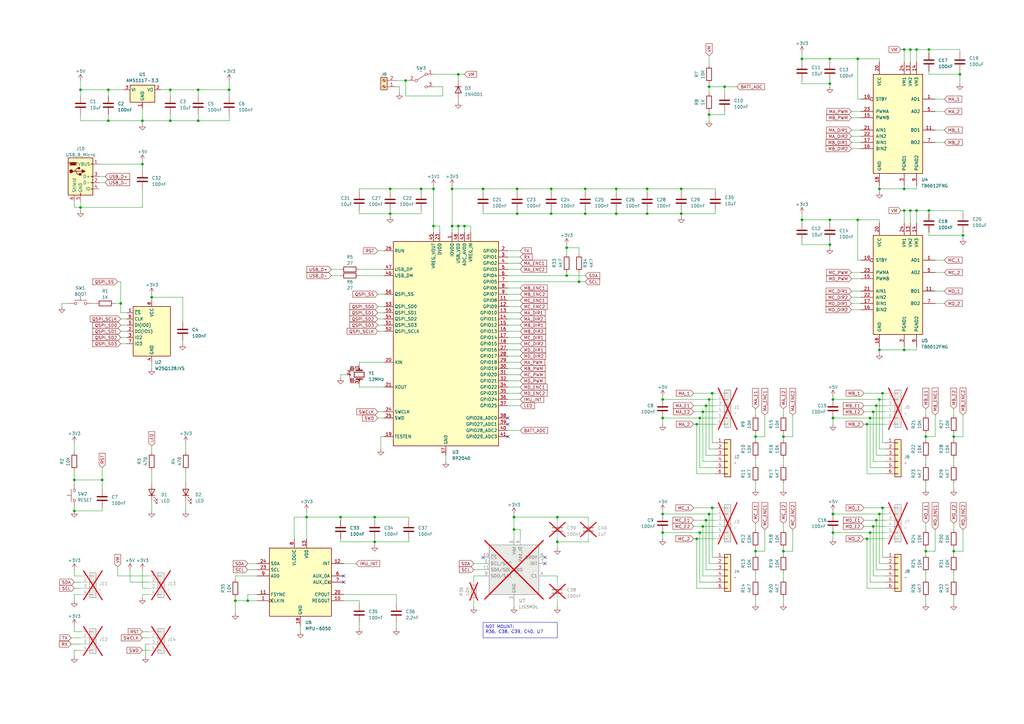
<source format=kicad_sch>
(kicad_sch (version 20230121) (generator eeschema)
  (paper "A3")
  (title_block (title "Hare v1.0") (date "2023-05-14") (rev "A") (company "G. Bruno") (comment 1 "CC 4.0 - BY SA NC"))
  (junction (at 381 86.36))
  (junction (at 297.18 35.56))
  (junction (at 30.48 209.55))
  (junction (at 228.6 212.09))
  (junction (at 375.92 20.32))
  (junction (at 58.42 49.53))
  (junction (at 393.7 30.48))
  (junction (at 185.42 77.47))
  (junction (at 360.68 77.47))
  (junction (at 375.92 86.36))
  (junction (at 49.53 124.46))
  (junction (at 341.63 210.82))
  (junction (at 212.09 87.63))
  (junction (at 361.95 161.29))
  (junction (at 309.88 226.06))
  (junction (at 265.43 87.63))
  (junction (at 93.98 36.83))
  (junction (at 30.48 196.85))
  (junction (at 228.6 222.25))
  (junction (at 226.06 77.47))
  (junction (at 166.37 33.02))
  (junction (at 309.88 179.07))
  (junction (at 125.73 212.09))
  (junction (at 289.56 213.36))
  (junction (at 153.67 222.25))
  (junction (at 252.73 77.47))
  (junction (at 33.02 85.09))
  (junction (at 287.02 218.44))
  (junction (at 341.63 171.45))
  (junction (at 360.68 143.51))
  (junction (at 177.8 77.47))
  (junction (at 328.93 90.17))
  (junction (at 394.97 96.52))
  (junction (at 101.6 246.38))
  (junction (at 177.8 92.71))
  (junction (at 292.1 208.28))
  (junction (at 210.82 212.09))
  (junction (at 373.38 86.36))
  (junction (at 290.83 163.83))
  (junction (at 285.75 220.98))
  (junction (at 359.41 213.36))
  (junction (at 160.02 77.47))
  (junction (at 351.79 90.17))
  (junction (at 361.95 208.28))
  (junction (at 160.02 87.63))
  (junction (at 81.28 36.83))
  (junction (at 355.6 220.98))
  (junction (at 370.84 143.51))
  (junction (at 358.14 215.9))
  (junction (at 288.29 168.91))
  (junction (at 391.16 226.06))
  (junction (at 232.41 101.6))
  (junction (at 370.84 77.47))
  (junction (at 356.87 171.45))
  (junction (at 240.03 77.47))
  (junction (at 44.45 49.53))
  (junction (at 226.06 87.63))
  (junction (at 44.45 36.83))
  (junction (at 321.31 226.06))
  (junction (at 285.75 173.99))
  (junction (at 340.36 100.33))
  (junction (at 252.73 87.63))
  (junction (at 292.1 161.29))
  (junction (at 69.85 36.83))
  (junction (at 271.78 163.83))
  (junction (at 340.36 24.13))
  (junction (at 33.02 36.83))
  (junction (at 290.83 210.82))
  (junction (at 356.87 218.44))
  (junction (at 351.79 24.13))
  (junction (at 287.02 171.45))
  (junction (at 81.28 49.53))
  (junction (at 340.36 34.29))
  (junction (at 290.83 46.99))
  (junction (at 187.96 30.48))
  (junction (at 153.67 212.09))
  (junction (at 288.29 215.9))
  (junction (at 355.6 173.99))
  (junction (at 360.68 163.83))
  (junction (at 212.09 77.47))
  (junction (at 240.03 87.63))
  (junction (at 139.7 212.09))
  (junction (at 373.38 20.32))
  (junction (at 321.31 179.07))
  (junction (at 237.49 115.57))
  (junction (at 41.91 196.85))
  (junction (at 379.73 179.07))
  (junction (at 341.63 218.44))
  (junction (at 370.84 86.36))
  (junction (at 358.14 168.91))
  (junction (at 341.63 163.83))
  (junction (at 271.78 171.45))
  (junction (at 190.5 92.71))
  (junction (at 290.83 35.56))
  (junction (at 289.56 166.37))
  (junction (at 187.96 92.71))
  (junction (at 279.4 77.47))
  (junction (at 172.72 77.47))
  (junction (at 185.42 92.71))
  (junction (at 328.93 24.13))
  (junction (at 232.41 113.03))
  (junction (at 271.78 218.44))
  (junction (at 279.4 87.63))
  (junction (at 391.16 179.07))
  (junction (at 379.73 226.06))
  (junction (at 370.84 20.32))
  (junction (at 359.41 166.37))
  (junction (at 340.36 90.17))
  (junction (at 96.52 246.38))
  (junction (at 69.85 49.53))
  (junction (at 198.12 77.47))
  (junction (at 265.43 77.47))
  (junction (at 360.68 210.82))
  (junction (at 210.82 217.17))
  (junction (at 58.42 67.31))
  (junction (at 381 20.32))
  (junction (at 62.23 121.92))
  (junction (at 271.78 210.82))
  (no_connect (at 208.28 171.45))
  (no_connect (at 208.28 179.07))
  (no_connect (at 223.52 228.6))
  (no_connect (at 223.52 231.14))
  (no_connect (at 208.28 173.99))
  (no_connect (at 140.97 236.22))
  (no_connect (at 140.97 238.76))
  (no_connect (at 198.12 228.6))
  (wire (pts (xy 147.32 87.63) (xy 160.02 87.63)))
  (wire (pts (xy 25.4 124.46) (xy 25.4 125.73)))
  (wire (pts (xy 373.38 86.36) (xy 373.38 91.44)))
  (wire (pts (xy 287.02 191.77) (xy 287.02 171.45)))
  (wire (pts (xy 163.83 35.56) (xy 163.83 38.1)))
  (wire (pts (xy 341.63 210.82) (xy 341.63 209.55)))
  (wire (pts (xy 370.84 76.2) (xy 370.84 77.47)))
  (wire (pts (xy 353.06 40.64) (xy 351.79 40.64)))
  (wire (pts (xy 49.53 124.46) (xy 46.99 124.46)))
  (wire (pts (xy 381 96.52) (xy 394.97 96.52)))
  (wire (pts (xy 381 86.36) (xy 381 87.63)))
  (wire (pts (xy 309.88 187.96) (xy 309.88 190.5)))
  (wire (pts (xy 237.49 111.76) (xy 237.49 115.57)))
  (wire (pts (xy 58.42 44.45) (xy 58.42 49.53)))
  (wire (pts (xy 101.6 231.14) (xy 105.41 231.14)))
  (wire (pts (xy 208.28 128.27) (xy 213.36 128.27)))
  (wire (pts (xy 49.53 138.43) (xy 52.07 138.43)))
  (wire (pts (xy 354.33 161.29) (xy 361.95 161.29)))
  (wire (pts (xy 198.12 78.74) (xy 198.12 77.47)))
  (wire (pts (xy 379.73 214.63) (xy 379.73 217.17)))
  (wire (pts (xy 213.36 217.17) (xy 210.82 217.17)))
  (wire (pts (xy 154.94 125.73) (xy 157.48 125.73)))
  (wire (pts (xy 325.12 217.17) (xy 325.12 226.06)))
  (wire (pts (xy 33.02 243.84) (xy 30.48 243.84)))
  (wire (pts (xy 340.36 99.06) (xy 340.36 100.33)))
  (wire (pts (xy 187.96 30.48) (xy 187.96 33.02)))
  (wire (pts (xy 297.18 35.56) (xy 302.26 35.56)))
  (wire (pts (xy 391.16 234.95) (xy 391.16 237.49)))
  (wire (pts (xy 356.87 171.45) (xy 341.63 171.45)))
  (wire (pts (xy 153.67 220.98) (xy 153.67 222.25)))
  (wire (pts (xy 105.41 236.22) (xy 96.52 236.22)))
  (wire (pts (xy 210.82 217.17) (xy 210.82 220.98)))
  (wire (pts (xy 354.33 213.36) (xy 359.41 213.36)))
  (wire (pts (xy 135.89 110.49) (xy 139.7 110.49)))
  (wire (pts (xy 363.22 241.3) (xy 355.6 241.3)))
  (wire (pts (xy 160.02 87.63) (xy 172.72 87.63)))
  (wire (pts (xy 359.41 213.36) (xy 363.22 213.36)))
  (wire (pts (xy 375.92 142.24) (xy 375.92 143.51)))
  (wire (pts (xy 208.28 148.59) (xy 213.36 148.59)))
  (wire (pts (xy 40.64 67.31) (xy 58.42 67.31)))
  (wire (pts (xy 289.56 213.36) (xy 293.37 213.36)))
  (wire (pts (xy 120.65 212.09) (xy 125.73 212.09)))
  (wire (pts (xy 370.84 20.32) (xy 370.84 25.4)))
  (wire (pts (xy 62.23 148.59) (xy 62.23 151.13)))
  (wire (pts (xy 101.6 246.38) (xy 105.41 246.38)))
  (wire (pts (xy 297.18 45.72) (xy 297.18 46.99)))
  (wire (pts (xy 228.6 220.98) (xy 228.6 222.25)))
  (wire (pts (xy 147.32 158.75) (xy 147.32 157.48)))
  (wire (pts (xy 187.96 40.64) (xy 187.96 41.91)))
  (wire (pts (xy 140.97 231.14) (xy 146.05 231.14)))
  (wire (pts (xy 383.54 119.38) (xy 387.35 119.38)))
  (wire (pts (xy 208.28 130.81) (xy 213.36 130.81)))
  (wire (pts (xy 240.03 87.63) (xy 252.73 87.63)))
  (wire (pts (xy 375.92 77.47) (xy 370.84 77.47)))
  (wire (pts (xy 210.82 210.82) (xy 210.82 212.09)))
  (wire (pts (xy 208.28 115.57) (xy 237.49 115.57)))
  (wire (pts (xy 228.6 236.22) (xy 228.6 238.76)))
  (wire (pts (xy 58.42 77.47) (xy 58.42 85.09)))
  (wire (pts (xy 140.97 243.84) (xy 162.56 243.84)))
  (wire (pts (xy 160.02 87.63) (xy 160.02 88.9)))
  (wire (pts (xy 212.09 77.47) (xy 212.09 78.74)))
  (wire (pts (xy 290.83 35.56) (xy 297.18 35.56)))
  (wire (pts (xy 360.68 90.17) (xy 351.79 90.17)))
  (wire (pts (xy 49.53 135.89) (xy 52.07 135.89)))
  (wire (pts (xy 139.7 220.98) (xy 139.7 222.25)))
  (wire (pts (xy 194.31 236.22) (xy 194.31 238.76)))
  (wire (pts (xy 58.42 259.08) (xy 60.96 259.08)))
  (wire (pts (xy 379.73 179.07) (xy 379.73 180.34)))
  (wire (pts (xy 212.09 86.36) (xy 212.09 87.63)))
  (wire (pts (xy 30.48 241.3) (xy 33.02 241.3)))
  (wire (pts (xy 293.37 184.15) (xy 290.83 184.15)))
  (wire (pts (xy 360.68 231.14) (xy 360.68 210.82)))
  (wire (pts (xy 383.54 53.34) (xy 387.35 53.34)))
  (wire (pts (xy 328.93 24.13) (xy 340.36 24.13)))
  (wire (pts (xy 190.5 92.71) (xy 187.96 92.71)))
  (wire (pts (xy 33.02 236.22) (xy 30.48 236.22)))
  (wire (pts (xy 393.7 29.21) (xy 393.7 30.48)))
  (wire (pts (xy 383.54 40.64) (xy 387.35 40.64)))
  (wire (pts (xy 154.94 128.27) (xy 157.48 128.27)))
  (wire (pts (xy 297.18 35.56) (xy 297.18 38.1)))
  (wire (pts (xy 30.48 208.28) (xy 30.48 209.55)))
  (wire (pts (xy 369.57 20.32) (xy 370.84 20.32)))
  (wire (pts (xy 74.93 139.7) (xy 74.93 140.97)))
  (wire (pts (xy 313.69 179.07) (xy 309.88 179.07)))
  (wire (pts (xy 351.79 90.17) (xy 340.36 90.17)))
  (wire (pts (xy 156.21 179.07) (xy 156.21 184.15)))
  (wire (pts (xy 328.93 100.33) (xy 340.36 100.33)))
  (wire (pts (xy 363.22 218.44) (xy 356.87 218.44)))
  (wire (pts (xy 252.73 87.63) (xy 265.43 87.63)))
  (wire (pts (xy 279.4 86.36) (xy 279.4 87.63)))
  (wire (pts (xy 293.37 171.45) (xy 287.02 171.45)))
  (wire (pts (xy 288.29 215.9) (xy 293.37 215.9)))
  (wire (pts (xy 391.16 214.63) (xy 391.16 217.17)))
  (wire (pts (xy 379.73 245.11) (xy 379.73 247.65)))
  (wire (pts (xy 154.94 135.89) (xy 157.48 135.89)))
  (wire (pts (xy 356.87 191.77) (xy 356.87 171.45)))
  (wire (pts (xy 182.88 186.69) (xy 182.88 189.23)))
  (wire (pts (xy 33.02 259.08) (xy 30.48 259.08)))
  (wire (pts (xy 105.41 243.84) (xy 101.6 243.84)))
  (wire (pts (xy 96.52 246.38) (xy 96.52 251.46)))
  (wire (pts (xy 58.42 261.62) (xy 60.96 261.62)))
  (wire (pts (xy 30.48 209.55) (xy 41.91 209.55)))
  (wire (pts (xy 284.48 161.29) (xy 292.1 161.29)))
  (wire (pts (xy 394.97 217.17) (xy 394.97 226.06)))
  (wire (pts (xy 288.29 189.23) (xy 288.29 168.91)))
  (wire (pts (xy 383.54 106.68) (xy 387.35 106.68)))
  (wire (pts (xy 363.22 181.61) (xy 361.95 181.61)))
  (wire (pts (xy 375.92 86.36) (xy 375.92 91.44)))
  (wire (pts (xy 349.25 45.72) (xy 353.06 45.72)))
  (wire (pts (xy 394.97 87.63) (xy 394.97 86.36)))
  (wire (pts (xy 328.93 21.59) (xy 328.93 24.13)))
  (wire (pts (xy 383.54 58.42) (xy 387.35 58.42)))
  (wire (pts (xy 49.53 133.35) (xy 52.07 133.35)))
  (wire (pts (xy 177.8 35.56) (xy 181.61 35.56)))
  (wire (pts (xy 354.33 215.9) (xy 358.14 215.9)))
  (wire (pts (xy 289.56 166.37) (xy 293.37 166.37)))
  (wire (pts (xy 349.25 58.42) (xy 353.06 58.42)))
  (wire (pts (xy 162.56 33.02) (xy 166.37 33.02)))
  (wire (pts (xy 185.42 76.2) (xy 185.42 77.47)))
  (wire (pts (xy 41.91 196.85) (xy 30.48 196.85)))
  (wire (pts (xy 290.83 46.99) (xy 297.18 46.99)))
  (wire (pts (xy 363.22 184.15) (xy 360.68 184.15)))
  (wire (pts (xy 363.22 228.6) (xy 361.95 228.6)))
  (wire (pts (xy 370.84 142.24) (xy 370.84 143.51)))
  (wire (pts (xy 147.32 113.03) (xy 157.48 113.03)))
  (wire (pts (xy 147.32 149.86) (xy 147.32 148.59)))
  (wire (pts (xy 265.43 86.36) (xy 265.43 87.63)))
  (wire (pts (xy 290.83 210.82) (xy 271.78 210.82)))
  (wire (pts (xy 27.94 124.46) (xy 25.4 124.46)))
  (wire (pts (xy 309.88 167.64) (xy 309.88 170.18)))
  (wire (pts (xy 360.68 210.82) (xy 341.63 210.82)))
  (wire (pts (xy 58.42 85.09) (xy 33.02 85.09)))
  (wire (pts (xy 101.6 233.68) (xy 105.41 233.68)))
  (wire (pts (xy 81.28 46.99) (xy 81.28 49.53)))
  (wire (pts (xy 29.21 261.62) (xy 33.02 261.62)))
  (wire (pts (xy 328.93 34.29) (xy 340.36 34.29)))
  (wire (pts (xy 198.12 87.63) (xy 212.09 87.63)))
  (wire (pts (xy 123.19 256.54) (xy 123.19 259.08)))
  (wire (pts (xy 226.06 86.36) (xy 226.06 87.63)))
  (wire (pts (xy 360.68 77.47) (xy 360.68 78.74)))
  (wire (pts (xy 379.73 198.12) (xy 379.73 200.66)))
  (wire (pts (xy 287.02 218.44) (xy 271.78 218.44)))
  (wire (pts (xy 154.94 120.65) (xy 157.48 120.65)))
  (wire (pts (xy 49.53 128.27) (xy 52.07 128.27)))
  (wire (pts (xy 48.26 236.22) (xy 48.26 232.41)))
  (wire (pts (xy 355.6 173.99) (xy 363.22 173.99)))
  (wire (pts (xy 293.37 181.61) (xy 292.1 181.61)))
  (wire (pts (xy 290.83 45.72) (xy 290.83 46.99)))
  (wire (pts (xy 393.7 21.59) (xy 393.7 20.32)))
  (wire (pts (xy 33.02 46.99) (xy 33.02 49.53)))
  (wire (pts (xy 30.48 236.22) (xy 30.48 233.68)))
  (wire (pts (xy 363.22 189.23) (xy 358.14 189.23)))
  (wire (pts (xy 287.02 171.45) (xy 271.78 171.45)))
  (wire (pts (xy 328.93 90.17) (xy 328.93 91.44)))
  (wire (pts (xy 41.91 208.28) (xy 41.91 209.55)))
  (wire (pts (xy 370.84 86.36) (xy 373.38 86.36)))
  (wire (pts (xy 237.49 104.14) (xy 237.49 101.6)))
  (wire (pts (xy 293.37 218.44) (xy 287.02 218.44)))
  (wire (pts (xy 62.23 182.88) (xy 62.23 185.42)))
  (wire (pts (xy 69.85 36.83) (xy 81.28 36.83)))
  (wire (pts (xy 93.98 36.83) (xy 93.98 39.37)))
  (wire (pts (xy 147.32 255.27) (xy 147.32 257.81)))
  (wire (pts (xy 154.94 130.81) (xy 157.48 130.81)))
  (wire (pts (xy 162.56 243.84) (xy 162.56 247.65)))
  (wire (pts (xy 349.25 127) (xy 353.06 127)))
  (wire (pts (xy 321.31 226.06) (xy 321.31 227.33)))
  (wire (pts (xy 139.7 153.67) (xy 139.7 154.94)))
  (wire (pts (xy 208.28 102.87) (xy 213.36 102.87)))
  (wire (pts (xy 210.82 212.09) (xy 210.82 217.17)))
  (wire (pts (xy 30.48 193.04) (xy 30.48 196.85)))
  (wire (pts (xy 237.49 115.57) (xy 240.03 115.57)))
  (wire (pts (xy 157.48 158.75) (xy 147.32 158.75)))
  (wire (pts (xy 166.37 33.02) (xy 167.64 33.02)))
  (wire (pts (xy 181.61 39.37) (xy 166.37 39.37)))
  (wire (pts (xy 172.72 86.36) (xy 172.72 87.63)))
  (wire (pts (xy 279.4 87.63) (xy 279.4 88.9)))
  (wire (pts (xy 355.6 194.31) (xy 355.6 173.99)))
  (wire (pts (xy 208.28 135.89) (xy 213.36 135.89)))
  (wire (pts (xy 190.5 92.71) (xy 190.5 95.25)))
  (wire (pts (xy 284.48 220.98) (xy 285.75 220.98)))
  (wire (pts (xy 328.93 33.02) (xy 328.93 34.29)))
  (wire (pts (xy 359.41 233.68) (xy 359.41 213.36)))
  (wire (pts (xy 313.69 170.18) (xy 313.69 179.07)))
  (wire (pts (xy 290.83 184.15) (xy 290.83 163.83)))
  (wire (pts (xy 198.12 86.36) (xy 198.12 87.63)))
  (wire (pts (xy 359.41 166.37) (xy 363.22 166.37)))
  (wire (pts (xy 41.91 200.66) (xy 41.91 196.85)))
  (wire (pts (xy 383.54 45.72) (xy 387.35 45.72)))
  (wire (pts (xy 349.25 111.76) (xy 353.06 111.76)))
  (wire (pts (xy 208.28 161.29) (xy 213.36 161.29)))
  (wire (pts (xy 288.29 168.91) (xy 293.37 168.91)))
  (wire (pts (xy 96.52 236.22) (xy 96.52 237.49)))
  (wire (pts (xy 284.48 208.28) (xy 292.1 208.28)))
  (wire (pts (xy 177.8 95.25) (xy 177.8 92.71)))
  (wire (pts (xy 212.09 87.63) (xy 226.06 87.63)))
  (wire (pts (xy 208.28 107.95) (xy 213.36 107.95)))
  (wire (pts (xy 293.37 233.68) (xy 289.56 233.68)))
  (wire (pts (xy 193.04 92.71) (xy 190.5 92.71)))
  (wire (pts (xy 240.03 77.47) (xy 240.03 78.74)))
  (wire (pts (xy 30.48 238.76) (xy 33.02 238.76)))
  (wire (pts (xy 328.93 87.63) (xy 328.93 90.17)))
  (wire (pts (xy 370.84 143.51) (xy 360.68 143.51)))
  (wire (pts (xy 208.28 113.03) (xy 232.41 113.03)))
  (wire (pts (xy 358.14 215.9) (xy 363.22 215.9)))
  (wire (pts (xy 69.85 46.99) (xy 69.85 49.53)))
  (wire (pts (xy 289.56 186.69) (xy 289.56 166.37)))
  (wire (pts (xy 30.48 82.55) (xy 30.48 85.09)))
  (wire (pts (xy 360.68 77.47) (xy 370.84 77.47)))
  (wire (pts (xy 360.68 142.24) (xy 360.68 143.51)))
  (wire (pts (xy 81.28 36.83) (xy 93.98 36.83)))
  (wire (pts (xy 208.28 140.97) (xy 213.36 140.97)))
  (wire (pts (xy 379.73 167.64) (xy 379.73 170.18)))
  (wire (pts (xy 358.14 189.23) (xy 358.14 168.91)))
  (wire (pts (xy 285.75 220.98) (xy 293.37 220.98)))
  (wire (pts (xy 360.68 76.2) (xy 360.68 77.47)))
  (wire (pts (xy 285.75 194.31) (xy 285.75 173.99)))
  (wire (pts (xy 180.34 92.71) (xy 180.34 95.25)))
  (wire (pts (xy 358.14 168.91) (xy 363.22 168.91)))
  (wire (pts (xy 321.31 245.11) (xy 321.31 247.65)))
  (wire (pts (xy 373.38 20.32) (xy 375.92 20.32)))
  (wire (pts (xy 290.83 231.14) (xy 290.83 210.82)))
  (wire (pts (xy 370.84 86.36) (xy 370.84 91.44)))
  (wire (pts (xy 285.75 173.99) (xy 293.37 173.99)))
  (wire (pts (xy 379.73 187.96) (xy 379.73 190.5)))
  (wire (pts (xy 349.25 48.26) (xy 353.06 48.26)))
  (wire (pts (xy 58.42 67.31) (xy 58.42 66.04)))
  (wire (pts (xy 48.26 115.57) (xy 49.53 115.57)))
  (wire (pts (xy 325.12 170.18) (xy 325.12 179.07)))
  (wire (pts (xy 356.87 238.76) (xy 356.87 218.44)))
  (wire (pts (xy 44.45 36.83) (xy 33.02 36.83)))
  (wire (pts (xy 290.83 22.86) (xy 290.83 26.67)))
  (wire (pts (xy 208.28 146.05) (xy 213.36 146.05)))
  (wire (pts (xy 391.16 179.07) (xy 391.16 180.34)))
  (wire (pts (xy 373.38 86.36) (xy 375.92 86.36)))
  (wire (pts (xy 379.73 177.8) (xy 379.73 179.07)))
  (wire (pts (xy 228.6 213.36) (xy 228.6 212.09)))
  (wire (pts (xy 309.88 245.11) (xy 309.88 247.65)))
  (wire (pts (xy 33.02 49.53) (xy 44.45 49.53)))
  (wire (pts (xy 361.95 208.28) (xy 363.22 208.28)))
  (wire (pts (xy 160.02 77.47) (xy 172.72 77.47)))
  (wire (pts (xy 58.42 67.31) (xy 58.42 69.85)))
  (wire (pts (xy 287.02 238.76) (xy 287.02 218.44)))
  (wire (pts (xy 383.54 124.46) (xy 387.35 124.46)))
  (wire (pts (xy 162.56 35.56) (xy 163.83 35.56)))
  (wire (pts (xy 328.93 24.13) (xy 328.93 25.4)))
  (wire (pts (xy 30.48 259.08) (xy 30.48 256.54)))
  (wire (pts (xy 208.28 120.65) (xy 213.36 120.65)))
  (wire (pts (xy 62.23 120.65) (xy 62.23 121.92)))
  (wire (pts (xy 351.79 24.13) (xy 351.79 40.64)))
  (wire (pts (xy 328.93 90.17) (xy 340.36 90.17)))
  (wire (pts (xy 370.84 143.51) (xy 375.92 143.51)))
  (wire (pts (xy 271.78 210.82) (xy 271.78 209.55)))
  (wire (pts (xy 44.45 49.53) (xy 58.42 49.53)))
  (wire (pts (xy 241.3 213.36) (xy 241.3 212.09)))
  (wire (pts (xy 212.09 77.47) (xy 226.06 77.47)))
  (wire (pts (xy 356.87 218.44) (xy 341.63 218.44)))
  (wire (pts (xy 375.92 20.32) (xy 375.92 25.4)))
  (wire (pts (xy 309.88 224.79) (xy 309.88 226.06)))
  (wire (pts (xy 30.48 181.61) (xy 30.48 185.42)))
  (wire (pts (xy 177.8 77.47) (xy 177.8 92.71)))
  (wire (pts (xy 135.89 113.03) (xy 139.7 113.03)))
  (wire (pts (xy 29.21 264.16) (xy 33.02 264.16)))
  (wire (pts (xy 232.41 100.33) (xy 232.41 101.6)))
  (wire (pts (xy 228.6 212.09) (xy 241.3 212.09)))
  (wire (pts (xy 363.22 191.77) (xy 356.87 191.77)))
  (wire (pts (xy 93.98 36.83) (xy 93.98 33.02)))
  (wire (pts (xy 375.92 86.36) (xy 381 86.36)))
  (wire (pts (xy 252.73 86.36) (xy 252.73 87.63)))
  (wire (pts (xy 284.48 168.91) (xy 288.29 168.91)))
  (wire (pts (xy 241.3 220.98) (xy 241.3 222.25)))
  (wire (pts (xy 60.96 236.22) (xy 48.26 236.22)))
  (wire (pts (xy 369.57 86.36) (xy 370.84 86.36)))
  (wire (pts (xy 354.33 173.99) (xy 355.6 173.99)))
  (wire (pts (xy 375.92 20.32) (xy 381 20.32)))
  (wire (pts (xy 208.28 138.43) (xy 213.36 138.43)))
  (wire (pts (xy 381 86.36) (xy 394.97 86.36)))
  (wire (pts (xy 38.1 124.46) (xy 39.37 124.46)))
  (wire (pts (xy 391.16 245.11) (xy 391.16 247.65)))
  (wire (pts (xy 363.22 186.69) (xy 359.41 186.69)))
  (wire (pts (xy 394.97 95.25) (xy 394.97 96.52)))
  (wire (pts (xy 359.41 186.69) (xy 359.41 166.37)))
  (wire (pts (xy 147.32 78.74) (xy 147.32 77.47)))
  (wire (pts (xy 74.93 132.08) (xy 74.93 121.92)))
  (wire (pts (xy 96.52 246.38) (xy 101.6 246.38)))
  (wire (pts (xy 62.23 121.92) (xy 74.93 121.92)))
  (wire (pts (xy 62.23 205.74) (xy 62.23 209.55)))
  (wire (pts (xy 358.14 236.22) (xy 358.14 215.9)))
  (wire (pts (xy 66.04 36.83) (xy 69.85 36.83)))
  (wire (pts (xy 293.37 194.31) (xy 285.75 194.31)))
  (wire (pts (xy 226.06 77.47) (xy 226.06 78.74)))
  (wire (pts (xy 363.22 236.22) (xy 358.14 236.22)))
  (wire (pts (xy 44.45 46.99) (xy 44.45 49.53)))
  (wire (pts (xy 293.37 78.74) (xy 293.37 77.47)))
  (wire (pts (xy 208.28 163.83) (xy 213.36 163.83)))
  (wire (pts (xy 383.54 170.18) (xy 383.54 179.07)))
  (wire (pts (xy 147.32 77.47) (xy 160.02 77.47)))
  (wire (pts (xy 33.02 266.7) (xy 30.48 266.7)))
  (wire (pts (xy 383.54 217.17) (xy 383.54 226.06)))
  (wire (pts (xy 160.02 78.74) (xy 160.02 77.47)))
  (wire (pts (xy 393.7 30.48) (xy 393.7 34.29)))
  (wire (pts (xy 101.6 243.84) (xy 101.6 246.38)))
  (wire (pts (xy 194.31 246.38) (xy 194.31 248.92)))
  (wire (pts (xy 284.48 173.99) (xy 285.75 173.99)))
  (wire (pts (xy 381 20.32) (xy 393.7 20.32)))
  (wire (pts (xy 167.64 213.36) (xy 167.64 212.09)))
  (wire (pts (xy 363.22 231.14) (xy 360.68 231.14)))
  (wire (pts (xy 279.4 87.63) (xy 265.43 87.63)))
  (wire (pts (xy 228.6 246.38) (xy 228.6 248.92)))
  (wire (pts (xy 360.68 25.4) (xy 360.68 24.13)))
  (wire (pts (xy 147.32 86.36) (xy 147.32 87.63)))
  (wire (pts (xy 354.33 220.98) (xy 355.6 220.98)))
  (wire (pts (xy 265.43 78.74) (xy 265.43 77.47)))
  (wire (pts (xy 208.28 166.37) (xy 213.36 166.37)))
  (wire (pts (xy 391.16 226.06) (xy 391.16 227.33)))
  (wire (pts (xy 349.25 121.92) (xy 353.06 121.92)))
  (wire (pts (xy 349.25 124.46) (xy 353.06 124.46)))
  (wire (pts (xy 187.96 30.48) (xy 190.5 30.48)))
  (wire (pts (xy 40.64 74.93) (xy 43.18 74.93)))
  (wire (pts (xy 208.28 156.21) (xy 213.36 156.21)))
  (wire (pts (xy 232.41 113.03) (xy 240.03 113.03)))
  (wire (pts (xy 139.7 222.25) (xy 153.67 222.25)))
  (wire (pts (xy 44.45 36.83) (xy 44.45 39.37)))
  (wire (pts (xy 93.98 46.99) (xy 93.98 49.53)))
  (wire (pts (xy 30.48 243.84) (xy 30.48 246.38)))
  (wire (pts (xy 232.41 101.6) (xy 237.49 101.6)))
  (wire (pts (xy 349.25 55.88) (xy 353.06 55.88)))
  (wire (pts (xy 375.92 76.2) (xy 375.92 77.47)))
  (wire (pts (xy 361.95 228.6) (xy 361.95 208.28)))
  (wire (pts (xy 284.48 213.36) (xy 289.56 213.36)))
  (wire (pts (xy 185.42 92.71) (xy 185.42 95.25)))
  (wire (pts (xy 160.02 86.36) (xy 160.02 87.63)))
  (wire (pts (xy 341.63 171.45) (xy 341.63 173.99)))
  (wire (pts (xy 309.88 234.95) (xy 309.88 237.49)))
  (wire (pts (xy 50.8 36.83) (xy 44.45 36.83)))
  (wire (pts (xy 394.97 97.79) (xy 394.97 96.52)))
  (wire (pts (xy 341.63 163.83) (xy 341.63 162.56)))
  (wire (pts (xy 379.73 224.79) (xy 379.73 226.06)))
  (wire (pts (xy 363.22 210.82) (xy 360.68 210.82)))
  (wire (pts (xy 187.96 92.71) (xy 187.96 95.25)))
  (wire (pts (xy 172.72 77.47) (xy 177.8 77.47)))
  (wire (pts (xy 271.78 218.44) (xy 271.78 220.98)))
  (wire (pts (xy 81.28 36.83) (xy 81.28 39.37)))
  (wire (pts (xy 363.22 163.83) (xy 360.68 163.83)))
  (wire (pts (xy 210.82 212.09) (xy 228.6 212.09)))
  (wire (pts (xy 313.69 226.06) (xy 309.88 226.06)))
  (wire (pts (xy 69.85 36.83) (xy 69.85 39.37)))
  (wire (pts (xy 293.37 189.23) (xy 288.29 189.23)))
  (wire (pts (xy 393.7 30.48) (xy 381 30.48)))
  (wire (pts (xy 360.68 90.17) (xy 360.68 91.44)))
  (wire (pts (xy 355.6 241.3) (xy 355.6 220.98)))
  (wire (pts (xy 309.88 177.8) (xy 309.88 179.07)))
  (wire (pts (xy 325.12 226.06) (xy 321.31 226.06)))
  (wire (pts (xy 293.37 210.82) (xy 290.83 210.82)))
  (wire (pts (xy 292.1 181.61) (xy 292.1 161.29)))
  (wire (pts (xy 154.94 168.91) (xy 157.48 168.91)))
  (wire (pts (xy 232.41 111.76) (xy 232.41 113.03)))
  (wire (pts (xy 33.02 82.55) (xy 33.02 85.09)))
  (wire (pts (xy 177.8 76.2) (xy 177.8 77.47)))
  (wire (pts (xy 40.64 72.39) (xy 43.18 72.39)))
  (wire (pts (xy 340.36 24.13) (xy 340.36 25.4)))
  (wire (pts (xy 292.1 228.6) (xy 292.1 208.28)))
  (wire (pts (xy 360.68 24.13) (xy 351.79 24.13)))
  (wire (pts (xy 321.31 167.64) (xy 321.31 170.18)))
  (wire (pts (xy 383.54 179.07) (xy 379.73 179.07)))
  (wire (pts (xy 360.68 184.15) (xy 360.68 163.83)))
  (wire (pts (xy 328.93 99.06) (xy 328.93 100.33)))
  (wire (pts (xy 226.06 87.63) (xy 240.03 87.63)))
  (wire (pts (xy 290.83 34.29) (xy 290.83 35.56)))
  (wire (pts (xy 354.33 166.37) (xy 359.41 166.37)))
  (wire (pts (xy 208.28 151.13) (xy 213.36 151.13)))
  (wire (pts (xy 284.48 166.37) (xy 289.56 166.37)))
  (wire (pts (xy 370.84 20.32) (xy 373.38 20.32)))
  (wire (pts (xy 208.28 123.19) (xy 213.36 123.19)))
  (wire (pts (xy 162.56 255.27) (xy 162.56 257.81)))
  (wire (pts (xy 59.69 264.16) (xy 59.69 269.24)))
  (wire (pts (xy 361.95 161.29) (xy 363.22 161.29)))
  (wire (pts (xy 391.16 224.79) (xy 391.16 226.06)))
  (wire (pts (xy 290.83 46.99) (xy 290.83 49.53)))
  (wire (pts (xy 340.36 34.29) (xy 340.36 35.56)))
  (wire (pts (xy 289.56 233.68) (xy 289.56 213.36)))
  (wire (pts (xy 373.38 20.32) (xy 373.38 25.4)))
  (wire (pts (xy 391.16 198.12) (xy 391.16 200.66)))
  (wire (pts (xy 340.36 33.02) (xy 340.36 34.29)))
  (wire (pts (xy 293.37 231.14) (xy 290.83 231.14)))
  (wire (pts (xy 147.32 246.38) (xy 140.97 246.38)))
  (wire (pts (xy 208.28 118.11) (xy 213.36 118.11)))
  (wire (pts (xy 383.54 111.76) (xy 387.35 111.76)))
  (wire (pts (xy 139.7 213.36) (xy 139.7 212.09)))
  (wire (pts (xy 208.28 110.49) (xy 213.36 110.49)))
  (wire (pts (xy 293.37 238.76) (xy 287.02 238.76)))
  (wire (pts (xy 96.52 245.11) (xy 96.52 246.38)))
  (wire (pts (xy 394.97 226.06) (xy 391.16 226.06)))
  (wire (pts (xy 208.28 143.51) (xy 213.36 143.51)))
  (wire (pts (xy 363.22 171.45) (xy 356.87 171.45)))
  (wire (pts (xy 177.8 30.48) (xy 187.96 30.48)))
  (wire (pts (xy 363.22 233.68) (xy 359.41 233.68)))
  (wire (pts (xy 185.42 77.47) (xy 185.42 92.71)))
  (wire (pts (xy 49.53 140.97) (xy 52.07 140.97)))
  (wire (pts (xy 321.31 177.8) (xy 321.31 179.07)))
  (wire (pts (xy 208.28 158.75) (xy 213.36 158.75)))
  (wire (pts (xy 167.64 212.09) (xy 153.67 212.09)))
  (wire (pts (xy 279.4 77.47) (xy 293.37 77.47)))
  (wire (pts (xy 313.69 217.17) (xy 313.69 226.06)))
  (wire (pts (xy 177.8 92.71) (xy 180.34 92.71)))
  (wire (pts (xy 33.02 85.09) (xy 33.02 86.36)))
  (wire (pts (xy 125.73 209.55) (xy 125.73 212.09)))
  (wire (pts (xy 293.37 241.3) (xy 285.75 241.3)))
  (wire (pts (xy 147.32 247.65) (xy 147.32 246.38)))
  (wire (pts (xy 353.06 106.68) (xy 351.79 106.68)))
  (wire (pts (xy 69.85 49.53) (xy 58.42 49.53)))
  (wire (pts (xy 309.88 179.07) (xy 309.88 180.34)))
  (wire (pts (xy 228.6 222.25) (xy 228.6 224.79)))
  (wire (pts (xy 290.83 35.56) (xy 290.83 38.1)))
  (wire (pts (xy 381 20.32) (xy 381 21.59)))
  (wire (pts (xy 360.68 163.83) (xy 341.63 163.83)))
  (wire (pts (xy 293.37 191.77) (xy 287.02 191.77)))
  (wire (pts (xy 341.63 218.44) (xy 341.63 220.98)))
  (wire (pts (xy 166.37 39.37) (xy 166.37 33.02)))
  (wire (pts (xy 325.12 179.07) (xy 321.31 179.07)))
  (wire (pts (xy 120.65 220.98) (xy 120.65 212.09)))
  (wire (pts (xy 394.97 170.18) (xy 394.97 179.07)))
  (wire (pts (xy 379.73 234.95) (xy 379.73 237.49)))
  (wire (pts (xy 354.33 208.28) (xy 361.95 208.28)))
  (wire (pts (xy 58.42 233.68) (xy 58.42 241.3)))
  (wire (pts (xy 293.37 236.22) (xy 288.29 236.22)))
  (wire (pts (xy 30.48 85.09) (xy 33.02 85.09)))
  (wire (pts (xy 41.91 191.77) (xy 41.91 196.85)))
  (wire (pts (xy 76.2 193.04) (xy 76.2 198.12)))
  (wire (pts (xy 30.48 196.85) (xy 30.48 198.12)))
  (wire (pts (xy 69.85 49.53) (xy 81.28 49.53)))
  (wire (pts (xy 293.37 186.69) (xy 289.56 186.69)))
  (wire (pts (xy 226.06 77.47) (xy 240.03 77.47)))
  (wire (pts (xy 309.88 214.63) (xy 309.88 217.17)))
  (wire (pts (xy 154.94 171.45) (xy 157.48 171.45)))
  (wire (pts (xy 198.12 77.47) (xy 212.09 77.47)))
  (wire (pts (xy 60.96 264.16) (xy 59.69 264.16)))
  (wire (pts (xy 76.2 205.74) (xy 76.2 209.55)))
  (wire (pts (xy 185.42 77.47) (xy 198.12 77.47)))
  (wire (pts (xy 321.31 214.63) (xy 321.31 217.17)))
  (wire (pts (xy 154.94 133.35) (xy 157.48 133.35)))
  (wire (pts (xy 208.28 153.67) (xy 213.36 153.67)))
  (wire (pts (xy 394.97 179.07) (xy 391.16 179.07)))
  (wire (pts (xy 208.28 105.41) (xy 213.36 105.41)))
  (wire (pts (xy 271.78 163.83) (xy 271.78 162.56)))
  (wire (pts (xy 49.53 115.57) (xy 49.53 124.46)))
  (wire (pts (xy 194.31 231.14) (xy 198.12 231.14)))
  (wire (pts (xy 340.36 90.17) (xy 340.36 91.44)))
  (wire (pts (xy 30.48 266.7) (xy 30.48 269.24)))
  (wire (pts (xy 147.32 110.49) (xy 157.48 110.49)))
  (wire (pts (xy 271.78 171.45) (xy 271.78 173.99)))
  (wire (pts (xy 292.1 161.29) (xy 293.37 161.29)))
  (wire (pts (xy 361.95 181.61) (xy 361.95 161.29)))
  (wire (pts (xy 292.1 208.28) (xy 293.37 208.28)))
  (wire (pts (xy 381 95.25) (xy 381 96.52)))
  (wire (pts (xy 309.88 198.12) (xy 309.88 200.66)))
  (wire (pts (xy 321.31 234.95) (xy 321.31 237.49)))
  (wire (pts (xy 265.43 77.47) (xy 279.4 77.47)))
  (wire (pts (xy 193.04 95.25) (xy 193.04 92.71)))
  (wire (pts (xy 240.03 86.36) (xy 240.03 87.63)))
  (wire (pts (xy 354.33 168.91) (xy 358.14 168.91)))
  (wire (pts (xy 167.64 222.25) (xy 153.67 222.25)))
  (wire (pts (xy 321.31 198.12) (xy 321.31 200.66)))
  (wire (pts (xy 349.25 60.96) (xy 353.06 60.96)))
  (wire (pts (xy 340.36 101.6) (xy 340.36 100.33)))
  (wire (pts (xy 153.67 213.36) (xy 153.67 212.09)))
  (wire (pts (xy 360.68 143.51) (xy 360.68 144.78)))
  (wire (pts (xy 33.02 36.83) (xy 33.02 39.37)))
  (wire (pts (xy 187.96 92.71) (xy 185.42 92.71)))
  (wire (pts (xy 349.25 114.3) (xy 353.06 114.3)))
  (wire (pts (xy 279.4 78.74) (xy 279.4 77.47)))
  (wire (pts (xy 293.37 163.83) (xy 290.83 163.83)))
  (wire (pts (xy 321.31 179.07) (xy 321.31 180.34)))
  (wire (pts (xy 147.32 148.59) (xy 157.48 148.59)))
  (wire (pts (xy 62.23 121.92) (xy 62.23 123.19)))
  (wire (pts (xy 279.4 87.63) (xy 293.37 87.63)))
  (wire (pts (xy 60.96 243.84) (xy 58.42 243.84)))
  (wire (pts (xy 53.34 238.76) (xy 53.34 233.68)))
  (wire (pts (xy 125.73 212.09) (xy 139.7 212.09)))
  (wire (pts (xy 252.73 77.47) (xy 265.43 77.47)))
  (wire (pts (xy 321.31 224.79) (xy 321.31 226.06)))
  (wire (pts (xy 208.28 125.73) (xy 213.36 125.73)))
  (wire (pts (xy 153.67 212.09) (xy 139.7 212.09)))
  (wire (pts (xy 60.96 238.76) (xy 53.34 238.76)))
  (wire (pts (xy 125.73 212.09) (xy 125.73 220.98)))
  (wire (pts (xy 157.48 179.07) (xy 156.21 179.07)))
  (wire (pts (xy 49.53 124.46) (xy 49.53 128.27)))
  (wire (pts (xy 223.52 236.22) (xy 228.6 236.22)))
  (wire (pts (xy 49.53 130.81) (xy 52.07 130.81)))
  (wire (pts (xy 172.72 78.74) (xy 172.72 77.47)))
  (wire (pts (xy 142.24 153.67) (xy 139.7 153.67)))
  (wire (pts (xy 58.42 266.7) (xy 60.96 266.7)))
  (wire (pts (xy 228.6 222.25) (xy 241.3 222.25)))
  (wire (pts (xy 355.6 220.98) (xy 363.22 220.98)))
  (wire (pts (xy 288.29 236.22) (xy 288.29 215.9)))
  (wire (pts (xy 363.22 194.31) (xy 355.6 194.31)))
  (wire (pts (xy 284.48 215.9) (xy 288.29 215.9)))
  (wire (pts (xy 293.37 228.6) (xy 292.1 228.6)))
  (wire (pts (xy 213.36 220.98) (xy 213.36 217.17)))
  (wire (pts (xy 154.94 102.87) (xy 157.48 102.87)))
  (wire (pts (xy 349.25 53.34) (xy 353.06 53.34)))
  (wire (pts (xy 391.16 177.8) (xy 391.16 179.07)))
  (wire (pts (xy 33.02 36.83) (xy 33.02 33.02)))
  (wire (pts (xy 391.16 187.96) (xy 391.16 190.5)))
  (wire (pts (xy 167.64 220.98) (xy 167.64 222.25)))
  (wire (pts (xy 62.23 193.04) (xy 62.23 198.12)))
  (wire (pts (xy 383.54 226.06) (xy 379.73 226.06)))
  (wire (pts (xy 363.22 238.76) (xy 356.87 238.76)))
  (wire (pts (xy 210.82 246.38) (xy 210.82 248.92)))
  (wire (pts (xy 252.73 78.74) (xy 252.73 77.47)))
  (wire (pts (xy 198.12 236.22) (xy 194.31 236.22)))
  (wire (pts (xy 232.41 101.6) (xy 232.41 104.14)))
  (wire (pts (xy 293.37 86.36) (xy 293.37 87.63)))
  (wire (pts (xy 58.42 49.53) (xy 58.42 50.8)))
  (wire (pts (xy 208.28 133.35) (xy 213.36 133.35)))
  (wire (pts (xy 240.03 77.47) (xy 252.73 77.47)))
  (wire (pts (xy 379.73 226.06) (xy 379.73 227.33)))
  (wire (pts (xy 153.67 222.25) (xy 153.67 223.52)))
  (wire (pts (xy 351.79 24.13) (xy 340.36 24.13)))
  (wire (pts (xy 285.75 241.3) (xy 285.75 220.98)))
  (wire (pts (xy 321.31 187.96) (xy 321.31 190.5)))
  (wire (pts (xy 351.79 90.17) (xy 351.79 106.68)))
  (wire (pts (xy 58.42 243.84) (xy 58.42 245.11)))
  (wire (pts (xy 194.31 233.68) (xy 198.12 233.68)))
  (wire (pts (xy 76.2 181.61) (xy 76.2 185.42)))
  (wire (pts (xy 309.88 226.06) (xy 309.88 227.33)))
  (wire (pts (xy 208.28 176.53) (xy 213.36 176.53)))
  (wire (pts (xy 93.98 49.53) (xy 81.28 49.53)))
  (wire (pts (xy 381 29.21) (xy 381 30.48)))
  (wire (pts (xy 290.83 163.83) (xy 271.78 163.83)))
  (wire (pts (xy 181.61 35.56) (xy 181.61 39.37)))
  (wire (pts (xy 58.42 241.3) (xy 60.96 241.3)))
  (wire (pts (xy 391.16 167.64) (xy 391.16 170.18)))
  (wire (pts (xy 349.25 119.38) (xy 353.06 119.38)))
  (text_box "NOT MOUNT:\nR36, C38, C39, C40, U7" (at 198.12 255.27 0) (size 30.48 6.35) (effects (font (size 1.27 1.27)) (justify left top)))
  (global_label "SCL" (shape input) (at 240.03 115.57 0) (property "Intersheetrefs" "${INTERSHEET_REFS}" (effects hide)))
  (global_label "MD_DIR2" (shape input) (at 213.36 146.05 0) (property "Intersheetrefs" "${INTERSHEET_REFS}" (effects hide)))
  (global_label "MD_E1" (shape input) (at 379.73 214.63 90) (property "Intersheetrefs" "${INTERSHEET_REFS}" (effects hide)))
  (global_label "MA_ENC1" (shape input) (at 213.36 107.95 0) (property "Intersheetrefs" "${INTERSHEET_REFS}" (effects hide)))
  (global_label "MA_2" (shape input) (at 284.48 173.99 180) (property "Intersheetrefs" "${INTERSHEET_REFS}" (effects hide)))
  (global_label "MC_E1" (shape input) (at 309.88 214.63 90) (property "Intersheetrefs" "${INTERSHEET_REFS}" (effects hide)))
  (global_label "MC_1" (shape input) (at 387.35 106.68 0) (property "Intersheetrefs" "${INTERSHEET_REFS}" (effects hide)))
  (global_label "MA_ENC2" (shape input) (at 325.12 170.18 90) (property "Intersheetrefs" "${INTERSHEET_REFS}" (effects hide)))
  (global_label "MA_PWM" (shape input) (at 349.25 45.72 180) (property "Intersheetrefs" "${INTERSHEET_REFS}" (effects hide)))
  (global_label "MC_PWM" (shape input) (at 349.25 111.76 180) (property "Intersheetrefs" "${INTERSHEET_REFS}" (effects hide)))
  (global_label "TX" (shape input) (at 213.36 102.87 0) (property "Intersheetrefs" "${INTERSHEET_REFS}" (effects hide)))
  (global_label "MC_DIR1" (shape input) (at 349.25 119.38 180) (property "Intersheetrefs" "${INTERSHEET_REFS}" (effects hide)))
  (global_label "MB_2" (shape input) (at 354.33 173.99 180) (property "Intersheetrefs" "${INTERSHEET_REFS}" (effects hide)))
  (global_label "QSPI_SS" (shape input) (at 154.94 120.65 180) (property "Intersheetrefs" "${INTERSHEET_REFS}" (effects hide)))
  (global_label "MA_1" (shape input) (at 284.48 161.29 180) (property "Intersheetrefs" "${INTERSHEET_REFS}" (effects hide)))
  (global_label "QSPI_SCLK" (shape input) (at 49.53 130.81 180) (property "Intersheetrefs" "${INTERSHEET_REFS}" (effects hide)))
  (global_label "SWD" (shape input) (at 154.94 171.45 180) (property "Intersheetrefs" "${INTERSHEET_REFS}" (effects hide)))
  (global_label "QSPI_SD3" (shape input) (at 49.53 140.97 180) (property "Intersheetrefs" "${INTERSHEET_REFS}" (effects hide)))
  (global_label "SCL" (shape input) (at 101.6 233.68 180) (property "Intersheetrefs" "${INTERSHEET_REFS}" (effects hide)))
  (global_label "SCL" (shape input) (at 194.31 233.68 180) (property "Intersheetrefs" "${INTERSHEET_REFS}" (effects hide)))
  (global_label "MD_DIR1" (shape input) (at 213.36 143.51 0) (property "Intersheetrefs" "${INTERSHEET_REFS}" (effects hide)))
  (global_label "MC_PWM" (shape input) (at 213.36 153.67 0) (property "Intersheetrefs" "${INTERSHEET_REFS}" (effects hide)))
  (global_label "MC_ENC1" (shape input) (at 313.69 217.17 90) (property "Intersheetrefs" "${INTERSHEET_REFS}" (effects hide)))
  (global_label "MB_1" (shape input) (at 387.35 53.34 0) (property "Intersheetrefs" "${INTERSHEET_REFS}" (effects hide)))
  (global_label "MA_ENC1" (shape input) (at 313.69 170.18 90) (property "Intersheetrefs" "${INTERSHEET_REFS}" (effects hide)))
  (global_label "MA_2" (shape input) (at 387.35 45.72 0) (property "Intersheetrefs" "${INTERSHEET_REFS}" (effects hide)))
  (global_label "USB_D+" (shape input) (at 135.89 110.49 180) (property "Intersheetrefs" "${INTERSHEET_REFS}" (effects hide)))
  (global_label "MB_ENC2" (shape input) (at 394.97 170.18 90) (property "Intersheetrefs" "${INTERSHEET_REFS}" (effects hide)))
  (global_label "VM" (shape input) (at 190.5 30.48 0) (property "Intersheetrefs" "${INTERSHEET_REFS}" (effects hide)))
  (global_label "TX" (shape input) (at 29.21 261.62 180) (property "Intersheetrefs" "${INTERSHEET_REFS}" (effects hide)))
  (global_label "SDA" (shape input) (at 240.03 113.03 0) (property "Intersheetrefs" "${INTERSHEET_REFS}" (effects hide)))
  (global_label "MB_E2" (shape input) (at 354.33 168.91 180) (property "Intersheetrefs" "${INTERSHEET_REFS}" (effects hide)))
  (global_label "MA_E2" (shape input) (at 284.48 168.91 180) (property "Intersheetrefs" "${INTERSHEET_REFS}" (effects hide)))
  (global_label "MA_ENC2" (shape input) (at 213.36 110.49 0) (property "Intersheetrefs" "${INTERSHEET_REFS}" (effects hide)))
  (global_label "MB_PWM" (shape input) (at 349.25 48.26 180) (property "Intersheetrefs" "${INTERSHEET_REFS}" (effects hide)))
  (global_label "MD_1" (shape input) (at 387.35 119.38 0) (property "Intersheetrefs" "${INTERSHEET_REFS}" (effects hide)))
  (global_label "MD_ENC2" (shape input) (at 394.97 217.17 90) (property "Intersheetrefs" "${INTERSHEET_REFS}" (effects hide)))
  (global_label "MB_E1" (shape input) (at 379.73 167.64 90) (property "Intersheetrefs" "${INTERSHEET_REFS}" (effects hide)))
  (global_label "LED" (shape input) (at 62.23 182.88 90) (property "Intersheetrefs" "${INTERSHEET_REFS}" (effects hide)))
  (global_label "LED" (shape input) (at 213.36 166.37 0) (property "Intersheetrefs" "${INTERSHEET_REFS}" (effects hide)))
  (global_label "QSPI_SS" (shape input) (at 48.26 115.57 180) (property "Intersheetrefs" "${INTERSHEET_REFS}" (effects hide)))
  (global_label "SDA" (shape input) (at 30.48 238.76 180) (property "Intersheetrefs" "${INTERSHEET_REFS}" (effects hide)))
  (global_label "MD_PWM" (shape input) (at 213.36 156.21 0) (property "Intersheetrefs" "${INTERSHEET_REFS}" (effects hide)))
  (global_label "MC_ENC1" (shape input) (at 213.36 123.19 0) (property "Intersheetrefs" "${INTERSHEET_REFS}" (effects hide)))
  (global_label "VM" (shape input) (at 369.57 20.32 180) (property "Intersheetrefs" "${INTERSHEET_REFS}" (effects hide)))
  (global_label "SWCLK" (shape input) (at 154.94 168.91 180) (property "Intersheetrefs" "${INTERSHEET_REFS}" (effects hide)))
  (global_label "SWCLK" (shape input) (at 58.42 261.62 180) (property "Intersheetrefs" "${INTERSHEET_REFS}" (effects hide)))
  (global_label "MA_E1" (shape input) (at 284.48 166.37 180) (property "Intersheetrefs" "${INTERSHEET_REFS}" (effects hide)))
  (global_label "VM" (shape input) (at 48.26 232.41 90) (property "Intersheetrefs" "${INTERSHEET_REFS}" (effects hide)))
  (global_label "QSPI_SD3" (shape input) (at 154.94 133.35 180) (property "Intersheetrefs" "${INTERSHEET_REFS}" (effects hide)))
  (global_label "MC_E1" (shape input) (at 284.48 213.36 180) (property "Intersheetrefs" "${INTERSHEET_REFS}" (effects hide)))
  (global_label "MB_1" (shape input) (at 354.33 161.29 180) (property "Intersheetrefs" "${INTERSHEET_REFS}" (effects hide)))
  (global_label "MD_ENC1" (shape input) (at 213.36 158.75 0) (property "Intersheetrefs" "${INTERSHEET_REFS}" (effects hide)))
  (global_label "MA_PWM" (shape input) (at 213.36 148.59 0) (property "Intersheetrefs" "${INTERSHEET_REFS}" (effects hide)))
  (global_label "QSPI_SD2" (shape input) (at 49.53 138.43 180) (property "Intersheetrefs" "${INTERSHEET_REFS}" (effects hide)))
  (global_label "RST" (shape input) (at 58.42 259.08 180) (property "Intersheetrefs" "${INTERSHEET_REFS}" (effects hide)))
  (global_label "MB_PWM" (shape input) (at 213.36 151.13 0) (property "Intersheetrefs" "${INTERSHEET_REFS}" (effects hide)))
  (global_label "MC_E2" (shape input) (at 284.48 215.9 180) (property "Intersheetrefs" "${INTERSHEET_REFS}" (effects hide)))
  (global_label "MD_1" (shape input) (at 354.33 208.28 180) (property "Intersheetrefs" "${INTERSHEET_REFS}" (effects hide)))
  (global_label "MA_DIR2" (shape input) (at 349.25 55.88 180) (property "Intersheetrefs" "${INTERSHEET_REFS}" (effects hide)))
  (global_label "SDA" (shape input) (at 101.6 231.14 180) (property "Intersheetrefs" "${INTERSHEET_REFS}" (effects hide)))
  (global_label "MB_E1" (shape input) (at 354.33 166.37 180) (property "Intersheetrefs" "${INTERSHEET_REFS}" (effects hide)))
  (global_label "SWD" (shape input) (at 58.42 266.7 180) (property "Intersheetrefs" "${INTERSHEET_REFS}" (effects hide)))
  (global_label "BATT_ADC" (shape input) (at 213.36 176.53 0) (property "Intersheetrefs" "${INTERSHEET_REFS}" (effects hide)))
  (global_label "MC_DIR2" (shape input) (at 349.25 121.92 180) (property "Intersheetrefs" "${INTERSHEET_REFS}" (effects hide)))
  (global_label "QSPI_SD1" (shape input) (at 154.94 128.27 180) (property "Intersheetrefs" "${INTERSHEET_REFS}" (effects hide)))
  (global_label "RST" (shape input) (at 154.94 102.87 180) (property "Intersheetrefs" "${INTERSHEET_REFS}" (effects hide)))
  (global_label "VM" (shape input) (at 290.83 22.86 90) (property "Intersheetrefs" "${INTERSHEET_REFS}" (effects hide)))
  (global_label "MC_DIR1" (shape input) (at 213.36 138.43 0) (property "Intersheetrefs" "${INTERSHEET_REFS}" (effects hide)))
  (global_label "IMU_INT" (shape input) (at 213.36 163.83 0) (property "Intersheetrefs" "${INTERSHEET_REFS}" (effects hide)))
  (global_label "MD_E2" (shape input) (at 354.33 215.9 180) (property "Intersheetrefs" "${INTERSHEET_REFS}" (effects hide)))
  (global_label "MD_2" (shape input) (at 354.33 220.98 180) (property "Intersheetrefs" "${INTERSHEET_REFS}" (effects hide)))
  (global_label "MD_PWM" (shape input) (at 349.25 114.3 180) (property "Intersheetrefs" "${INTERSHEET_REFS}" (effects hide)))
  (global_label "MA_E2" (shape input) (at 321.31 167.64 90) (property "Intersheetrefs" "${INTERSHEET_REFS}" (effects hide)))
  (global_label "RX" (shape input) (at 29.21 264.16 180) (property "Intersheetrefs" "${INTERSHEET_REFS}" (effects hide)))
  (global_label "MD_DIR1" (shape input) (at 349.25 124.46 180) (property "Intersheetrefs" "${INTERSHEET_REFS}" (effects hide)))
  (global_label "USB_D-" (shape input) (at 43.18 74.93 0) (property "Intersheetrefs" "${INTERSHEET_REFS}" (effects hide)))
  (global_label "MC_2" (shape input) (at 284.48 220.98 180) (property "Intersheetrefs" "${INTERSHEET_REFS}" (effects hide)))
  (global_label "SDA" (shape input) (at 194.31 231.14 180) (property "Intersheetrefs" "${INTERSHEET_REFS}" (effects hide)))
  (global_label "MD_ENC1" (shape input) (at 383.54 217.17 90) (property "Intersheetrefs" "${INTERSHEET_REFS}" (effects hide)))
  (global_label "RST" (shape input) (at 41.91 191.77 90) (property "Intersheetrefs" "${INTERSHEET_REFS}" (effects hide)))
  (global_label "MB_E2" (shape input) (at 391.16 167.64 90) (property "Intersheetrefs" "${INTERSHEET_REFS}" (effects hide)))
  (global_label "USB_D+" (shape input) (at 43.18 72.39 0) (property "Intersheetrefs" "${INTERSHEET_REFS}" (effects hide)))
  (global_label "SCL" (shape input) (at 30.48 241.3 180) (property "Intersheetrefs" "${INTERSHEET_REFS}" (effects hide)))
  (global_label "MD_2" (shape input) (at 387.35 124.46 0) (property "Intersheetrefs" "${INTERSHEET_REFS}" (effects hide)))
  (global_label "MA_DIR1" (shape input) (at 349.25 53.34 180) (property "Intersheetrefs" "${INTERSHEET_REFS}" (effects hide)))
  (global_label "MB_ENC1" (shape input) (at 213.36 118.11 0) (property "Intersheetrefs" "${INTERSHEET_REFS}" (effects hide)))
  (global_label "MC_1" (shape input) (at 284.48 208.28 180) (property "Intersheetrefs" "${INTERSHEET_REFS}" (effects hide)))
  (global_label "MC_ENC2" (shape input) (at 213.36 125.73 0) (property "Intersheetrefs" "${INTERSHEET_REFS}" (effects hide)))
  (global_label "QSPI_SD2" (shape input) (at 154.94 130.81 180) (property "Intersheetrefs" "${INTERSHEET_REFS}" (effects hide)))
  (global_label "MA_E1" (shape input) (at 309.88 167.64 90) (property "Intersheetrefs" "${INTERSHEET_REFS}" (effects hide)))
  (global_label "MC_ENC2" (shape input) (at 325.12 217.17 90) (property "Intersheetrefs" "${INTERSHEET_REFS}" (effects hide)))
  (global_label "QSPI_SD1" (shape input) (at 49.53 135.89 180) (property "Intersheetrefs" "${INTERSHEET_REFS}" (effects hide)))
  (global_label "RX" (shape input) (at 213.36 105.41 0) (property "Intersheetrefs" "${INTERSHEET_REFS}" (effects hide)))
  (global_label "MB_DIR1" (shape input) (at 213.36 133.35 0) (property "Intersheetrefs" "${INTERSHEET_REFS}" (effects hide)))
  (global_label "MB_DIR2" (shape input) (at 349.25 60.96 180) (property "Intersheetrefs" "${INTERSHEET_REFS}" (effects hide)))
  (global_label "MB_DIR1" (shape input) (at 349.25 58.42 180) (property "Intersheetrefs" "${INTERSHEET_REFS}" (effects hide)))
  (global_label "QSPI_SCLK" (shape input) (at 154.94 135.89 180) (property "Intersheetrefs" "${INTERSHEET_REFS}" (effects hide)))
  (global_label "MC_E2" (shape input) (at 321.31 214.63 90) (property "Intersheetrefs" "${INTERSHEET_REFS}" (effects hide)))
  (global_label "USB_D-" (shape input) (at 135.89 113.03 180) (property "Intersheetrefs" "${INTERSHEET_REFS}" (effects hide)))
  (global_label "QSPI_SD0" (shape input) (at 154.94 125.73 180) (property "Intersheetrefs" "${INTERSHEET_REFS}" (effects hide)))
  (global_label "MD_DIR2" (shape input) (at 349.25 127 180) (property "Intersheetrefs" "${INTERSHEET_REFS}" (effects hide)))
  (global_label "MD_E1" (shape input) (at 354.33 213.36 180) (property "Intersheetrefs" "${INTERSHEET_REFS}" (effects hide)))
  (global_label "MB_ENC2" (shape input) (at 213.36 120.65 0) (property "Intersheetrefs" "${INTERSHEET_REFS}" (effects hide)))
  (global_label "MD_E2" (shape input) (at 391.16 214.63 90) (property "Intersheetrefs" "${INTERSHEET_REFS}" (effects hide)))
  (global_label "MB_DIR2" (shape input) (at 213.36 135.89 0) (property "Intersheetrefs" "${INTERSHEET_REFS}" (effects hide)))
  (global_label "MB_ENC1" (shape input) (at 383.54 170.18 90) (property "Intersheetrefs" "${INTERSHEET_REFS}" (effects hide)))
  (global_label "BATT_ADC" (shape input) (at 302.26 35.56 0) (property "Intersheetrefs" "${INTERSHEET_REFS}" (effects hide)))
  (global_label "MA_DIR2" (shape input) (at 213.36 130.81 0) (property "Intersheetrefs" "${INTERSHEET_REFS}" (effects hide)))
  (global_label "IMU_INT" (shape input) (at 146.05 231.14 0) (property "Intersheetrefs" "${INTERSHEET_REFS}" (effects hide)))
  (global_label "MC_DIR2" (shape input) (at 213.36 140.97 0) (property "Intersheetrefs" "${INTERSHEET_REFS}" (effects hide)))
  (global_label "QSPI_SD0" (shape input) (at 49.53 133.35 180) (property "Intersheetrefs" "${INTERSHEET_REFS}" (effects hide)))
  (global_label "MD_ENC2" (shape input) (at 213.36 161.29 0) (property "Intersheetrefs" "${INTERSHEET_REFS}" (effects hide)))
  (global_label "MC_2" (shape input) (at 387.35 111.76 0) (property "Intersheetrefs" "${INTERSHEET_REFS}" (effects hide)))
  (global_label "VM" (shape input) (at 369.57 86.36 180) (property "Intersheetrefs" "${INTERSHEET_REFS}" (effects hide)))
  (global_label "MB_2" (shape input) (at 387.35 58.42 0) (property "Intersheetrefs" "${INTERSHEET_REFS}" (effects hide)))
  (global_label "MA_1" (shape input) (at 387.35 40.64 0) (property "Intersheetrefs" "${INTERSHEET_REFS}" (effects hide)))
  (global_label "MA_DIR1" (shape input) (at 213.36 128.27 0) (property "Intersheetrefs" "${INTERSHEET_REFS}" (effects hide)))
  (symbol (lib_id "power:GND") (at 321.31 200.66 0) (unit 1)
    (property "Reference" "#GND015" (effects hide))
    (property "Value" "GND" (effects hide))
  )
  (symbol (lib_id "power:GND") (at 228.6 248.92 0) (unit 1)
    (property "Reference" "#GND046" (effects hide))
    (property "Value" "GND" (effects hide))
  )
  (symbol (lib_id "Device:C") (at 69.85 43.18 0) (unit 1)
    (property "Reference" "C3" (at 73.66 41.656 0) (effects (justify left)))
    (property "Value" "10uF" (at 73.66 44.196 0) (effects (justify left)))
    (property "Footprint" "Capacitor_SMD:C_0603_1608Metric" (effects hide))
    (property "LCSC Part #" "C85713" (effects hide))
  )
  (symbol (lib_id "Device:R") (at 30.48 189.23 0) (unit 1)
    (property "Reference" "R2" (at 25.4 189.23 90))
    (property "Value" "10K" (at 27.94 189.23 90))
    (property "Footprint" "Resistor_SMD:R_0402_1005Metric" (effects hide))
    (property "LCSC Part #" "C3015825" (effects hide))
  )
  (symbol (lib_id "power:GND") (at 379.73 200.66 0) (unit 1)
    (property "Reference" "#GND023" (effects hide))
    (property "Value" "GND" (effects hide))
  )
  (symbol (lib_id "power:GND") (at 156.21 184.15 0) (unit 1)
    (property "Reference" "#GND029" (effects hide))
    (property "Value" "GND" (effects hide))
  )
  (symbol (lib_id "power:+3V3") (at 232.41 100.33 0) (unit 1)
    (property "Reference" "#3V09" (effects hide))
    (property "Value" "+3V3" (at 232.41 96.52 0))
  )
  (symbol (lib_id "Device:C") (at 147.32 82.55 0) (unit 1)
    (property "Reference" "C31" (at 139.7 81.28 0) (effects (justify left)))
    (property "Value" "10uF" (at 139.7 83.82 0) (effects (justify left)))
    (property "Footprint" "Capacitor_SMD:C_0603_1608Metric" (effects hide))
    (property "LCSC Part #" "C85713" (effects hide))
  )
  (symbol (lib_id "power:+1V1") (at 177.8 76.2 0) (unit 1)
    (property "Reference" "#PWR06" (effects hide))
    (property "Value" "+1V1" (at 177.8 72.39 0))
  )
  (symbol (lib_id "Switch:SW_Push") (at 30.48 203.2 90) (unit 1)
    (property "Reference" "SW2" (at 31.75 202.565 90) (effects (justify right)))
    (property "Value" "RESET" (at 31.75 205.105 90) (effects (justify right)))
    (property "Footprint" "Button_Switch_SMD:SW_Push_1P1T_NO_Vertical_Wuerth_434133025816" (effects hide))
    (property "LCSC Part #" "C139797" (effects hide))
  )
  (symbol (lib_id "Device:LED") (at 76.2 201.93 90) (unit 1)
    (property "Reference" "D2" (at 80.01 202.8825 90) (effects (justify right)))
    (property "Value" "LED" (at 80.01 205.4225 90) (effects (justify right)))
    (property "Footprint" "LED_SMD:LED_0603_1608Metric" (effects hide))
    (property "LCSC Part #" "C84263" (effects hide))
  )
  (symbol (lib_id "Device:R") (at 391.16 173.99 0) (unit 1)
    (property "Reference" "R27" (at 386.08 173.99 90))
    (property "Value" "10K" (at 388.62 173.99 90))
    (property "Footprint" "Resistor_SMD:R_0402_1005Metric" (effects hide))
    (property "LCSC Part #" "C3015825" (effects hide))
  )
  (symbol (lib_id "Connector_Generic:Conn_01x06") (at 298.45 186.69 0) (unit 1)
    (property "Reference" "J2" (at 300.99 187.325 0) (effects (justify left)))
    (property "Value" "~" (at 300.99 189.865 0) (effects (justify left)))
    (property "Footprint" "Connector_JST:JST_PH_B6B-PH-K_1x06_P2.00mm_Vertical" (effects hide))
    (property "LCSC Part #" "C131342" (effects hide))
  )
  (symbol (lib_id "Device:C") (at 271.78 167.64 0) (unit 1)
    (property "Reference" "C8" (at 265.43 166.37 0) (effects (justify left)))
    (property "Value" "100nF" (at 262.89 168.91 0) (effects (justify left)))
    (property "Footprint" "Capacitor_SMD:C_0402_1005Metric" (effects hide))
    (property "LCSC Part #" "C1525" (effects hide))
  )
  (symbol (lib_id "Device:C") (at 172.72 82.55 0) (unit 1)
    (property "Reference" "C22" (at 165.1 81.28 0) (effects (justify left)))
    (property "Value" "100nF" (at 163.83 83.82 0) (effects (justify left)))
    (property "Footprint" "Capacitor_SMD:C_0402_1005Metric" (effects hide))
    (property "LCSC Part #" "C1525" (effects hide))
  )
  (symbol (lib_id "power:GND") (at 271.78 173.99 0) (unit 1)
    (property "Reference" "#GND010" (effects hide))
    (property "Value" "GND" (effects hide))
  )
  (symbol (lib_id "Driver_Motor:TB6612FNG") (at 368.3 50.8 0) (unit 1)
    (property "Reference" "U4" (at 377.8759 73.66 0) (effects (justify left)))
    (property "Value" "TB6612FNG" (at 377.8759 76.2 0) (effects (justify left)))
    (property "Footprint" "Package_SO:SSOP-24_5.3x8.2mm_P0.65mm" (effects hide))
    (property "Datasheet" "https://toshiba.semicon-storage.com/us/product/linear/motordriver/detail.TB6612FNG.html" (effects hide))
    (property "LCSC Part #" "C141517" (effects hide))
  )
  (symbol (lib_id "Device:R") (at 309.88 220.98 0) (unit 1)
    (property "Reference" "R12" (at 304.8 220.98 90))
    (property "Value" "10K" (at 307.34 220.98 90))
    (property "Footprint" "Resistor_SMD:R_0402_1005Metric" (effects hide))
    (property "LCSC Part #" "C3015825" (effects hide))
  )
  (symbol (lib_id "Device:R") (at 62.23 189.23 0) (unit 1)
    (property "Reference" "R3" (at 57.15 189.23 90))
    (property "Value" "470" (at 59.69 189.23 90))
    (property "Footprint" "Resistor_SMD:R_0402_1005Metric" (effects hide))
    (property "LCSC Part #" "C3015779" (effects hide))
  )
  (symbol (lib_id "Device:C") (at 394.97 91.44 0) (unit 1)
    (property "Reference" "C20" (at 398.78 89.916 0) (effects (justify left)))
    (property "Value" "100uF" (at 398.78 92.456 0) (effects (justify left)))
    (property "Footprint" "Capacitor_SMD:C_1210_3225Metric" (effects hide))
    (property "LCSC Part #" "C90143" (effects hide))
  )
  (symbol (lib_id "power:GND") (at 279.4 88.9 0) (unit 1)
    (property "Reference" "#GND032" (effects hide))
    (property "Value" "GND" (effects hide))
  )
  (symbol (lib_id "power:GND") (at 360.68 78.74 0) (unit 1)
    (property "Reference" "#GND021" (effects hide))
    (property "Value" "GND" (effects hide))
  )
  (symbol (lib_id "Connector_Generic:Conn_01x04") (at 66.04 238.76 0) (unit 1) (in_bom no) (dnp yes)
    (property "Reference" "J13" (at 68.58 239.395 0) (effects (justify left)))
    (property "Value" "~" (at 68.58 241.935 0) (effects (justify left)))
    (property "Footprint" "Connector_PinHeader_2.54mm:PinHeader_1x04_P2.54mm_Vertical" (effects hide))
  )
  (symbol (lib_id "Device:R") (at 379.73 231.14 0) (unit 1)
    (property "Reference" "R25" (at 374.65 231.14 90))
    (property "Value" "10K" (at 377.19 231.14 90))
    (property "Footprint" "Resistor_SMD:R_0402_1005Metric" (effects hide))
    (property "LCSC Part #" "C3015825" (effects hide))
  )
  (symbol (lib_id "power:GND") (at 379.73 247.65 0) (unit 1)
    (property "Reference" "#GND024" (effects hide))
    (property "Value" "GND" (effects hide))
  )
  (symbol (lib_id "Device:R") (at 96.52 241.3 0) (unit 1)
    (property "Reference" "R35" (at 91.44 241.3 90))
    (property "Value" "10K" (at 93.98 241.3 90))
    (property "Footprint" "Resistor_SMD:R_0402_1005Metric" (effects hide))
    (property "LCSC Part #" "C3015825" (effects hide))
  )
  (symbol (lib_id "Device:R") (at 309.88 194.31 0) (unit 1)
    (property "Reference" "R11" (at 304.8 194.31 90))
    (property "Value" "4K7" (at 307.34 194.31 90))
    (property "Footprint" "Resistor_SMD:R_0402_1005Metric" (effects hide))
    (property "LCSC Part #" "C3015810" (effects hide))
  )
  (symbol (lib_id "power:GND") (at 96.52 251.46 0) (unit 1)
    (property "Reference" "#GND036" (effects hide))
    (property "Value" "GND" (effects hide))
  )
  (symbol (lib_id "power:GND") (at 74.93 140.97 0) (unit 1)
    (property "Reference" "#GND04" (effects hide))
    (property "Value" "GND" (effects hide))
  )
  (symbol (lib_id "Driver_Motor:TB6612FNG") (at 368.3 116.84 0) (unit 1)
    (property "Reference" "U5" (at 377.8759 139.7 0) (effects (justify left)))
    (property "Value" "TB6612FNG" (at 377.8759 142.24 0) (effects (justify left)))
    (property "Footprint" "Package_SO:SSOP-24_5.3x8.2mm_P0.65mm" (effects hide))
    (property "Datasheet" "https://toshiba.semicon-storage.com/us/product/linear/motordriver/detail.TB6612FNG.html" (effects hide))
    (property "LCSC Part #" "C141517" (effects hide))
  )
  (symbol (lib_id "power:GND") (at 25.4 125.73 0) (unit 1)
    (property "Reference" "#GND01" (effects hide))
    (property "Value" "GND" (effects hide))
  )
  (symbol (lib_id "Device:C") (at 160.02 82.55 0) (unit 1)
    (property "Reference" "C27" (at 152.4 81.28 0) (effects (justify left)))
    (property "Value" "100nF" (at 151.13 83.82 0) (effects (justify left)))
    (property "Footprint" "Capacitor_SMD:C_0402_1005Metric" (effects hide))
    (property "LCSC Part #" "C1525" (effects hide))
  )
  (symbol (lib_id "Device:R") (at 379.73 194.31 0) (unit 1)
    (property "Reference" "R23" (at 374.65 194.31 90))
    (property "Value" "4K7" (at 377.19 194.31 90))
    (property "Footprint" "Resistor_SMD:R_0402_1005Metric" (effects hide))
    (property "LCSC Part #" "C3015810" (effects hide))
  )
  (symbol (lib_id "power:GND") (at 194.31 248.92 0) (unit 1)
    (property "Reference" "#GND045" (effects hide))
    (property "Value" "GND" (effects hide))
  )
  (symbol (lib_id "Regulator_Linear:AMS1117-3.3") (at 58.42 36.83 0) (unit 1)
    (property "Reference" "U1" (at 58.42 30.48 0))
    (property "Value" "AMS1117-3.3" (at 58.42 33.02 0))
    (property "Footprint" "Package_TO_SOT_SMD:SOT-223-3_TabPin2" (effects hide))
    (property "Datasheet" "http://www.advanced-monolithic.com/pdf/ds1117.pdf" (effects hide))
    (property "LCSC Part #" "C6186" (effects hide))
  )
  (symbol (lib_id "power:GND") (at 62.23 151.13 0) (unit 1)
    (property "Reference" "#GND03" (effects hide))
    (property "Value" "GND" (effects hide))
  )
  (symbol (lib_id "Device:C") (at 240.03 82.55 0) (unit 1)
    (property "Reference" "C25" (at 243.84 81.915 0) (effects (justify left)))
    (property "Value" "100nF" (at 243.84 84.455 0) (effects (justify left)))
    (property "Footprint" "Capacitor_SMD:C_0402_1005Metric" (effects hide))
    (property "LCSC Part #" "C1525" (effects hide))
  )
  (symbol (lib_id "Device:C") (at 212.09 82.55 0) (unit 1)
    (property "Reference" "C23" (at 215.9 81.915 0) (effects (justify left)))
    (property "Value" "100nF" (at 215.9 84.455 0) (effects (justify left)))
    (property "Footprint" "Capacitor_SMD:C_0402_1005Metric" (effects hide))
    (property "LCSC Part #" "C1525" (effects hide))
  )
  (symbol (lib_id "MCU_RaspberryPi:RP2040") (at 182.88 140.97 0) (unit 1)
    (property "Reference" "U3" (at 185.42 185.42 0) (effects (justify left)))
    (property "Value" "RP2040" (at 185.42 187.96 0) (effects (justify left)))
    (property "Footprint" "Package_DFN_QFN:QFN-56-1EP_7x7mm_P0.4mm_EP3.2x3.2mm" (effects hide))
    (property "Datasheet" "https://datasheets.raspberrypi.com/rp2040/rp2040-datasheet.pdf" (effects hide))
    (property "LCSC Part #" "C2040" (effects hide))
  )
  (symbol (lib_id "Device:R") (at 321.31 231.14 0) (unit 1)
    (property "Reference" "R19" (at 316.23 231.14 90))
    (property "Value" "10K" (at 318.77 231.14 90))
    (property "Footprint" "Resistor_SMD:R_0402_1005Metric" (effects hide))
    (property "LCSC Part #" "C3015825" (effects hide))
  )
  (symbol (lib_id "Device:R") (at 76.2 189.23 0) (unit 1)
    (property "Reference" "R4" (at 71.12 189.23 90))
    (property "Value" "470" (at 73.66 189.23 90))
    (property "Footprint" "Resistor_SMD:R_0402_1005Metric" (effects hide))
    (property "LCSC Part #" "C3015779" (effects hide))
  )
  (symbol (lib_id "Connector_Generic:Conn_01x06") (at 368.3 233.68 0) (unit 1)
    (property "Reference" "J8" (at 370.84 234.315 0) (effects (justify left)))
    (property "Value" "~" (at 370.84 236.855 0) (effects (justify left)))
    (property "Footprint" "Connector_JST:JST_PH_B6B-PH-K_1x06_P2.00mm_Vertical" (effects hide))
    (property "LCSC Part #" "C131342" (effects hide))
  )
  (symbol (lib_id "power:GND") (at 341.63 173.99 0) (unit 1)
    (property "Reference" "#GND019" (effects hide))
    (property "Value" "GND" (effects hide))
  )
  (symbol (lib_id "power:GND") (at 187.96 41.91 0) (unit 1)
    (property "Reference" "#GND043" (effects hide))
    (property "Value" "GND" (effects hide))
  )
  (symbol (lib_id "power:GND") (at 76.2 209.55 0) (unit 1)
    (property "Reference" "#GND08" (effects hide))
    (property "Value" "GND" (effects hide))
  )
  (symbol (lib_id "power:GND") (at 309.88 247.65 0) (unit 1)
    (property "Reference" "#GND014" (effects hide))
    (property "Value" "GND" (effects hide))
  )
  (symbol (lib_id "Device:C") (at 252.73 82.55 0) (unit 1)
    (property "Reference" "C26" (at 256.54 81.915 0) (effects (justify left)))
    (property "Value" "100nF" (at 256.54 84.455 0) (effects (justify left)))
    (property "Footprint" "Capacitor_SMD:C_0402_1005Metric" (effects hide))
    (property "LCSC Part #" "C1525" (effects hide))
  )
  (symbol (lib_id "Device:C") (at 44.45 43.18 0) (unit 1)
    (property "Reference" "C2" (at 48.26 42.545 0) (effects (justify left)))
    (property "Value" "100nF" (at 48.26 45.085 0) (effects (justify left)))
    (property "Footprint" "Capacitor_SMD:C_0402_1005Metric" (effects hide))
    (property "LCSC Part #" "C1525" (effects hide))
  )
  (symbol (lib_id "Connector_Generic:Conn_01x06") (at 298.45 213.36 0) (unit 1) (in_bom no) (dnp yes)
    (property "Reference" "J3" (at 300.99 213.995 0) (effects (justify left)))
    (property "Value" "~" (at 300.99 216.535 0) (effects (justify left)))
    (property "Footprint" "Connector_PinHeader_2.54mm:PinHeader_1x06_P2.54mm_Vertical" (effects hide))
  )
  (symbol (lib_id "Device:R") (at 290.83 41.91 0) (unit 1)
    (property "Reference" "R8" (at 285.75 41.91 90))
    (property "Value" "1K" (at 288.29 41.91 90))
    (property "Footprint" "Resistor_SMD:R_0402_1005Metric" (effects hide))
    (property "LCSC Part #" "C3015791" (effects hide))
  )
  (symbol (lib_id "Device:R") (at 309.88 241.3 0) (unit 1)
    (property "Reference" "R14" (at 304.8 241.3 90))
    (property "Value" "4K7" (at 307.34 241.3 90))
    (property "Footprint" "Resistor_SMD:R_0402_1005Metric" (effects hide))
    (property "LCSC Part #" "C3015810" (effects hide))
  )
  (symbol (lib_id "Connector_Generic:Conn_01x06") (at 368.3 166.37 0) (unit 1) (in_bom no) (dnp yes)
    (property "Reference" "J5" (at 370.84 167.005 0) (effects (justify left)))
    (property "Value" "~" (at 370.84 169.545 0) (effects (justify left)))
    (property "Footprint" "Connector_PinHeader_2.54mm:PinHeader_1x06_P2.54mm_Vertical" (effects hide))
  )
  (symbol (lib_id "Device:R") (at 290.83 30.48 0) (unit 1)
    (property "Reference" "R7" (at 285.75 30.48 90))
    (property "Value" "10K" (at 288.29 30.48 90))
    (property "Footprint" "Resistor_SMD:R_0402_1005Metric" (effects hide))
    (property "LCSC Part #" "C3015825" (effects hide))
  )
  (symbol (lib_id "Device:C") (at 74.93 135.89 0) (unit 1)
    (property "Reference" "C4" (at 78.74 135.255 0) (effects (justify left)))
    (property "Value" "100nF" (at 78.74 137.795 0) (effects (justify left)))
    (property "Footprint" "Capacitor_SMD:C_0402_1005Metric" (effects hide))
    (property "LCSC Part #" "C1525" (effects hide))
  )
  (symbol (lib_id "power:+5V") (at 33.02 33.02 0) (unit 1)
    (property "Reference" "#PWR01" (effects hide))
    (property "Value" "+5V" (at 33.02 29.21 0))
  )
  (symbol (lib_id "Sensor_Magnetic:LIS3MDL") (at 210.82 233.68 0) (unit 1) (in_bom no) (dnp yes)
    (property "Reference" "U7" (at 212.7759 246.38 0) (effects (justify left)))
    (property "Value" "LIS3MDL" (at 212.7759 248.92 0) (effects (justify left)))
    (property "Footprint" "Package_LGA:LGA-12_2x2mm_P0.5mm" (effects hide))
    (property "Datasheet" "https://www.st.com/resource/en/datasheet/lis3mdl.pdf" (effects hide))
    (property "LCSC Part #" "C478483" (effects hide))
  )
  (symbol (lib_id "Device:C") (at 153.67 217.17 0) (unit 1)
    (property "Reference" "C34" (at 157.48 216.535 0) (effects (justify left)))
    (property "Value" "100nF" (at 157.48 219.075 0) (effects (justify left)))
    (property "Footprint" "Capacitor_SMD:C_0402_1005Metric" (effects hide))
    (property "LCSC Part #" "C1525" (effects hide))
  )
  (symbol (lib_id "Device:C") (at 198.12 82.55 0) (unit 1)
    (property "Reference" "C21" (at 201.93 81.915 0) (effects (justify left)))
    (property "Value" "100nF" (at 201.93 84.455 0) (effects (justify left)))
    (property "Footprint" "Capacitor_SMD:C_0402_1005Metric" (effects hide))
    (property "LCSC Part #" "C1525" (effects hide))
  )
  (symbol (lib_id "Connector_Generic:Conn_01x06") (at 368.3 186.69 0) (unit 1)
    (property "Reference" "J6" (at 370.84 187.325 0) (effects (justify left)))
    (property "Value" "~" (at 370.84 189.865 0) (effects (justify left)))
    (property "Footprint" "Connector_JST:JST_PH_B6B-PH-K_1x06_P2.00mm_Vertical" (effects hide))
    (property "LCSC Part #" "C131342" (effects hide))
  )
  (symbol (lib_id "Connector_Generic:Conn_01x04") (at 38.1 238.76 0) (unit 1) (in_bom no) (dnp yes)
    (property "Reference" "J11" (at 40.64 239.395 0) (effects (justify left)))
    (property "Value" "~" (at 40.64 241.935 0) (effects (justify left)))
    (property "Footprint" "Connector_PinHeader_2.54mm:PinHeader_1x04_P2.54mm_Vertical" (effects hide))
  )
  (symbol (lib_id "power:GND") (at 309.88 200.66 0) (unit 1)
    (property "Reference" "#GND013" (effects hide))
    (property "Value" "GND" (effects hide))
  )
  (symbol (lib_id "Device:R") (at 391.16 194.31 0) (unit 1)
    (property "Reference" "R29" (at 386.08 194.31 90))
    (property "Value" "4K7" (at 388.62 194.31 90))
    (property "Footprint" "Resistor_SMD:R_0402_1005Metric" (effects hide))
    (property "LCSC Part #" "C3015810" (effects hide))
  )
  (symbol (lib_id "Connector_Generic:Conn_01x06") (at 298.45 166.37 0) (unit 1) (in_bom no) (dnp yes)
    (property "Reference" "J1" (at 300.99 167.005 0) (effects (justify left)))
    (property "Value" "~" (at 300.99 169.545 0) (effects (justify left)))
    (property "Footprint" "Connector_PinHeader_2.54mm:PinHeader_1x06_P2.54mm_Vertical" (effects hide))
  )
  (symbol (lib_id "Device:R") (at 321.31 220.98 0) (unit 1)
    (property "Reference" "R18" (at 316.23 220.98 90))
    (property "Value" "10K" (at 318.77 220.98 90))
    (property "Footprint" "Resistor_SMD:R_0402_1005Metric" (effects hide))
    (property "LCSC Part #" "C3015825" (effects hide))
  )
  (symbol (lib_id "Device:R") (at 391.16 241.3 0) (unit 1)
    (property "Reference" "R32" (at 386.08 241.3 90))
    (property "Value" "4K7" (at 388.62 241.3 90))
    (property "Footprint" "Resistor_SMD:R_0402_1005Metric" (effects hide))
    (property "LCSC Part #" "C3015810" (effects hide))
  )
  (symbol (lib_id "power:+3V3") (at 93.98 33.02 0) (unit 1)
    (property "Reference" "#3V02" (effects hide))
    (property "Value" "+3V3" (at 93.98 29.21 0))
  )
  (symbol (lib_id "Device:R") (at 379.73 173.99 0) (unit 1)
    (property "Reference" "R21" (at 374.65 173.99 90))
    (property "Value" "10K" (at 377.19 173.99 90))
    (property "Footprint" "Resistor_SMD:R_0402_1005Metric" (effects hide))
    (property "LCSC Part #" "C3015825" (effects hide))
  )
  (symbol (lib_id "Switch:SW_SPDT") (at 172.72 33.02 0) (unit 1)
    (property "Reference" "SW3" (at 172.72 27.94 0))
    (property "Value" "~" (at 172.72 29.21 0))
    (property "Footprint" "Button_Switch_THT:XKB-Connectivity-SS-12D10L5" (effects hide))
    (property "Datasheet" "https://datasheet.lcsc.com/lcsc/2110151630_XKB-Connectivity-SS-12D10L5_C319012.pdf" (effects hide))
    (property "LCSC Part #" "C319012" (effects hide))
  )
  (symbol (lib_id "power:GND") (at 182.88 189.23 0) (unit 1)
    (property "Reference" "#GND09" (effects hide))
    (property "Value" "GND" (effects hide))
  )
  (symbol (lib_id "power:GND") (at 341.63 220.98 0) (unit 1)
    (property "Reference" "#GND020" (effects hide))
    (property "Value" "GND" (effects hide))
  )
  (symbol (lib_id "power:+3V3") (at 30.48 233.68 0) (unit 1)
    (property "Reference" "#3V011" (effects hide))
    (property "Value" "+3V3" (at 30.48 229.87 0))
  )
  (symbol (lib_id "power:GND") (at 162.56 257.81 0) (unit 1)
    (property "Reference" "#GND038" (effects hide))
    (property "Value" "GND" (effects hide))
  )
  (symbol (lib_id "Device:C") (at 241.3 217.17 0) (unit 1) (in_bom no) (dnp yes)
    (property "Reference" "C40" (at 245.11 216.535 0) (effects (justify left)))
    (property "Value" "1uF" (at 245.11 219.075 0) (effects (justify left)))
    (property "Footprint" "Capacitor_SMD:C_0402_1005Metric" (effects hide))
    (property "LCSC Part #" "C913556" (effects hide))
  )
  (symbol (lib_id "power:+3V3") (at 328.93 21.59 0) (unit 1)
    (property "Reference" "#3V05" (effects hide))
    (property "Value" "+3V3" (at 328.93 17.78 0))
  )
  (symbol (lib_id "Device:R") (at 321.31 194.31 0) (unit 1)
    (property "Reference" "R17" (at 316.23 194.31 90))
    (property "Value" "4K7" (at 318.77 194.31 90))
    (property "Footprint" "Resistor_SMD:R_0402_1005Metric" (effects hide))
    (property "LCSC Part #" "C3015810" (effects hide))
  )
  (symbol (lib_id "Device:C") (at 139.7 217.17 0) (unit 1)
    (property "Reference" "C33" (at 143.51 216.535 0) (effects (justify left)))
    (property "Value" "100nF" (at 143.51 219.075 0) (effects (justify left)))
    (property "Footprint" "Capacitor_SMD:C_0402_1005Metric" (effects hide))
    (property "LCSC Part #" "C1525" (effects hide))
  )
  (symbol (lib_id "Device:C") (at 93.98 43.18 0) (unit 1)
    (property "Reference" "C6" (at 97.79 42.545 0) (effects (justify left)))
    (property "Value" "100nF" (at 97.79 45.085 0) (effects (justify left)))
    (property "Footprint" "Capacitor_SMD:C_0402_1005Metric" (effects hide))
    (property "LCSC Part #" "C1525" (effects hide))
  )
  (symbol (lib_id "Connector_Generic:Conn_01x04") (at 38.1 261.62 0) (unit 1) (in_bom no) (dnp yes)
    (property "Reference" "J12" (at 40.64 262.255 0) (effects (justify left)))
    (property "Value" "~" (at 40.64 264.795 0) (effects (justify left)))
    (property "Footprint" "Connector_PinHeader_2.54mm:PinHeader_1x04_P2.54mm_Vertical" (effects hide))
  )
  (symbol (lib_id "power:GND") (at 30.48 246.38 0) (unit 1)
    (property "Reference" "#GND039" (effects hide))
    (property "Value" "GND" (effects hide))
  )
  (symbol (lib_id "Connector:USB_B_Micro") (at 33.02 72.39 0) (unit 1)
    (property "Reference" "J10" (at 33.02 60.96 0))
    (property "Value" "USB_B_Micro" (at 33.02 63.5 0))
    (property "Footprint" "Connector_USB:USB_Micro-B_Molex-105017-0001" (effects hide))
    (property "LCSC Part #" "C136000" (effects hide))
  )
  (symbol (lib_id "Device:R") (at 391.16 220.98 0) (unit 1)
    (property "Reference" "R30" (at 386.08 220.98 90))
    (property "Value" "10K" (at 388.62 220.98 90))
    (property "Footprint" "Resistor_SMD:R_0402_1005Metric" (effects hide))
    (property "LCSC Part #" "C3015825" (effects hide))
  )
  (symbol (lib_id "Device:C") (at 33.02 43.18 0) (unit 1)
    (property "Reference" "C1" (at 36.83 41.656 0) (effects (justify left)))
    (property "Value" "10uF" (at 36.83 44.196 0) (effects (justify left)))
    (property "Footprint" "Capacitor_SMD:C_0603_1608Metric" (effects hide))
    (property "LCSC Part #" "C85713" (effects hide))
  )
  (symbol (lib_id "power:+3V3") (at 76.2 181.61 0) (unit 1)
    (property "Reference" "#3V04" (effects hide))
    (property "Value" "+3V3" (at 76.2 177.8 0))
  )
  (symbol (lib_id "power:GND") (at 33.02 86.36 0) (unit 1)
    (property "Reference" "#GND033" (effects hide))
    (property "Value" "GND" (effects hide))
  )
  (symbol (lib_id "Device:R") (at 391.16 231.14 0) (unit 1)
    (property "Reference" "R31" (at 386.08 231.14 90))
    (property "Value" "10K" (at 388.62 231.14 90))
    (property "Footprint" "Resistor_SMD:R_0402_1005Metric" (effects hide))
    (property "LCSC Part #" "C3015825" (effects hide))
  )
  (symbol (lib_id "power:+5V") (at 58.42 66.04 0) (unit 1)
    (property "Reference" "#PWR07" (effects hide))
    (property "Value" "+5V" (at 58.42 62.23 0))
  )
  (symbol (lib_id "Device:R") (at 321.31 241.3 0) (unit 1)
    (property "Reference" "R20" (at 316.23 241.3 90))
    (property "Value" "4K7" (at 318.77 241.3 90))
    (property "Footprint" "Resistor_SMD:R_0402_1005Metric" (effects hide))
    (property "LCSC Part #" "C3015810" (effects hide))
  )
  (symbol (lib_id "Device:C") (at 228.6 217.17 0) (unit 1) (in_bom no) (dnp yes)
    (property "Reference" "C39" (at 232.41 216.535 0) (effects (justify left)))
    (property "Value" "100nF" (at 232.41 219.075 0) (effects (justify left)))
    (property "Footprint" "Capacitor_SMD:C_0402_1005Metric" (effects hide))
    (property "LCSC Part #" "C1525" (effects hide))
  )
  (symbol (lib_id "power:+3V3") (at 58.42 233.68 0) (unit 1)
    (property "Reference" "#3V010" (effects hide))
    (property "Value" "+3V3" (at 58.42 229.87 0))
  )
  (symbol (lib_id "power:+3V3") (at 125.73 209.55 0) (unit 1)
    (property "Reference" "#3V08" (effects hide))
    (property "Value" "+3V3" (at 125.73 205.74 0))
  )
  (symbol (lib_id "power:+3V3") (at 328.93 87.63 0) (unit 1)
    (property "Reference" "#3V06" (effects hide))
    (property "Value" "+3V3" (at 328.93 83.82 0))
  )
  (symbol (lib_id "power:GND") (at 147.32 257.81 0) (unit 1)
    (property "Reference" "#GND037" (effects hide))
    (property "Value" "GND" (effects hide))
  )
  (symbol (lib_id "Device:R") (at 379.73 184.15 0) (unit 1)
    (property "Reference" "R22" (at 374.65 184.15 90))
    (property "Value" "10K" (at 377.19 184.15 90))
    (property "Footprint" "Resistor_SMD:R_0402_1005Metric" (effects hide))
    (property "LCSC Part #" "C3015825" (effects hide))
  )
  (symbol (lib_id "power:GND") (at 360.68 144.78 0) (unit 1)
    (property "Reference" "#GND022" (effects hide))
    (property "Value" "GND" (effects hide))
  )
  (symbol (lib_id "Device:R") (at 391.16 184.15 0) (unit 1)
    (property "Reference" "R28" (at 386.08 184.15 90))
    (property "Value" "10K" (at 388.62 184.15 90))
    (property "Footprint" "Resistor_SMD:R_0402_1005Metric" (effects hide))
    (property "LCSC Part #" "C3015825" (effects hide))
  )
  (symbol (lib_id "Device:C") (at 297.18 41.91 0) (unit 1)
    (property "Reference" "C10" (at 300.99 41.275 0) (effects (justify left)))
    (property "Value" "100nF" (at 300.99 43.815 0) (effects (justify left)))
    (property "Footprint" "Capacitor_SMD:C_0402_1005Metric" (effects hide))
    (property "LCSC Part #" "C1525" (effects hide))
  )
  (symbol (lib_id "Device:C") (at 328.93 95.25 0) (unit 1)
    (property "Reference" "C12" (at 332.74 93.726 0) (effects (justify left)))
    (property "Value" "10uF" (at 332.74 96.266 0) (effects (justify left)))
    (property "Footprint" "Capacitor_SMD:C_0603_1608Metric" (effects hide))
    (property "LCSC Part #" "C85713" (effects hide))
  )
  (symbol (lib_id "Device:C") (at 293.37 82.55 0) (unit 1)
    (property "Reference" "C30" (at 297.18 81.026 0) (effects (justify left)))
    (property "Value" "10uF" (at 297.18 83.566 0) (effects (justify left)))
    (property "Footprint" "Capacitor_SMD:C_0603_1608Metric" (effects hide))
    (property "LCSC Part #" "C85713" (effects hide))
  )
  (symbol (lib_id "Device:C") (at 328.93 29.21 0) (unit 1)
    (property "Reference" "C11" (at 332.74 27.686 0) (effects (justify left)))
    (property "Value" "10uF" (at 332.74 30.226 0) (effects (justify left)))
    (property "Footprint" "Capacitor_SMD:C_0603_1608Metric" (effects hide))
    (property "Datasheet" "https://datasheet.lcsc.com/lcsc/1811021421_Samsung-Electro-Mechanics-CL10A106MP8NNNC_C85713.pdf" (effects hide))
    (property "LCSC Part #" "C85713" (effects hide))
  )
  (symbol (lib_id "power:GND") (at 321.31 247.65 0) (unit 1)
    (property "Reference" "#GND016" (effects hide))
    (property "Value" "GND" (effects hide))
  )
  (symbol (lib_id "Device:C") (at 340.36 95.25 0) (unit 1)
    (property "Reference" "C14" (at 344.17 94.615 0) (effects (justify left)))
    (property "Value" "100nF" (at 344.17 97.155 0) (effects (justify left)))
    (property "Footprint" "Capacitor_SMD:C_0402_1005Metric" (effects hide))
    (property "LCSC Part #" "C1525" (effects hide))
  )
  (symbol (lib_id "power:GND") (at 58.42 50.8 0) (unit 1)
    (property "Reference" "#GND02" (effects hide))
    (property "Value" "GND" (effects hide))
  )
  (symbol (lib_id "Device:C") (at 271.78 214.63 0) (unit 1)
    (property "Reference" "C9" (at 265.43 213.36 0) (effects (justify left)))
    (property "Value" "100nF" (at 262.89 215.9 0) (effects (justify left)))
    (property "Footprint" "Capacitor_SMD:C_0402_1005Metric" (effects hide))
    (property "LCSC Part #" "C1525" (effects hide))
  )
  (symbol (lib_id "power:GND") (at 394.97 97.79 0) (unit 1)
    (property "Reference" "#GND028" (effects hide))
    (property "Value" "GND" (effects hide))
  )
  (symbol (lib_id "power:+3V3") (at 62.23 120.65 0) (unit 1)
    (property "Reference" "#3V01" (effects hide))
    (property "Value" "+3V3" (at 59.69 116.84 0) (effects (justify left)))
  )
  (symbol (lib_id "power:GND") (at 210.82 248.92 0) (unit 1)
    (property "Reference" "#GND044" (effects hide))
    (property "Value" "GND" (effects hide))
  )
  (symbol (lib_id "Device:R") (at 309.88 231.14 0) (unit 1)
    (property "Reference" "R13" (at 304.8 231.14 90))
    (property "Value" "10K" (at 307.34 231.14 90))
    (property "Footprint" "Resistor_SMD:R_0402_1005Metric" (effects hide))
    (property "LCSC Part #" "C3015825" (effects hide))
  )
  (symbol (lib_id "Connector_Generic:Conn_01x06") (at 368.3 213.36 0) (unit 1) (in_bom no) (dnp yes)
    (property "Reference" "J7" (at 370.84 213.995 0) (effects (justify left)))
    (property "Value" "~" (at 370.84 216.535 0) (effects (justify left)))
    (property "Footprint" "Connector_PinHeader_2.54mm:PinHeader_1x06_P2.54mm_Vertical" (effects hide))
  )
  (symbol (lib_id "Switch:SW_Push") (at 33.02 124.46 0) (unit 1)
    (property "Reference" "SW1" (at 33.02 118.11 0))
    (property "Value" "BOOT" (at 33.02 120.65 0))
    (property "Footprint" "Button_Switch_SMD:SW_Push_1P1T_NO_Vertical_Wuerth_434133025816" (effects hide))
    (property "LCSC Part #" "C139797" (effects hide))
  )
  (symbol (lib_id "Device:C") (at 381 91.44 0) (unit 1)
    (property "Reference" "C18" (at 384.81 90.805 0) (effects (justify left)))
    (property "Value" "100nF" (at 384.81 93.345 0) (effects (justify left)))
    (property "Footprint" "Capacitor_SMD:C_0402_1005Metric" (effects hide))
    (property "LCSC Part #" "C1525" (effects hide))
  )
  (symbol (lib_id "power:GND") (at 123.19 259.08 0) (unit 1)
    (property "Reference" "#GND034" (effects hide))
    (property "Value" "GND" (effects hide))
  )
  (symbol (lib_id "Device:R") (at 143.51 113.03 270) (unit 1)
    (property "Reference" "R6" (at 143.51 115.57 90))
    (property "Value" "27" (at 143.51 118.11 90))
    (property "Footprint" "Resistor_SMD:R_0402_1005Metric" (effects hide))
    (property "LCSC Part #" "C3017455" (effects hide))
  )
  (symbol (lib_id "Memory_Flash:W25Q128JVS") (at 62.23 135.89 0) (unit 1)
    (property "Reference" "U2" (at 63.5 148.59 0) (effects (justify left)))
    (property "Value" "W25Q128JVS" (at 63.5 151.13 0) (effects (justify left)))
    (property "Footprint" "Package_SO:SOIC-8_5.23x5.23mm_P1.27mm" (effects hide))
    (property "Datasheet" "http://www.winbond.com/resource-files/w25q128jv_dtr%20revc%2003272018%20plus.pdf" (effects hide))
    (property "LCSC Part #" "C97521" (effects hide))
  )
  (symbol (lib_id "power:+3V3") (at 30.48 181.61 0) (unit 1)
    (property "Reference" "#3V03" (effects hide))
    (property "Value" "+3V3" (at 30.48 177.8 0))
  )
  (symbol (lib_id "power:+5V") (at 341.63 162.56 0) (unit 1)
    (property "Reference" "#PWR04" (effects hide))
    (property "Value" "+5V" (at 341.63 158.75 0))
  )
  (symbol (lib_id "power:+5V") (at 341.63 209.55 0) (unit 1)
    (property "Reference" "#PWR05" (effects hide))
    (property "Value" "+5V" (at 341.63 205.74 0))
  )
  (symbol (lib_id "Device:C") (at 341.63 214.63 0) (unit 1)
    (property "Reference" "C16" (at 335.28 213.36 0) (effects (justify left)))
    (property "Value" "100nF" (at 332.74 215.9 0) (effects (justify left)))
    (property "Footprint" "Capacitor_SMD:C_0402_1005Metric" (effects hide))
    (property "LCSC Part #" "C1525" (effects hide))
  )
  (symbol (lib_id "Device:R") (at 309.88 173.99 0) (unit 1)
    (property "Reference" "R9" (at 304.8 173.99 90))
    (property "Value" "10K" (at 307.34 173.99 90))
    (property "Footprint" "Resistor_SMD:R_0402_1005Metric" (effects hide))
    (property "LCSC Part #" "C3015825" (effects hide))
  )
  (symbol (lib_id "power:+3V3") (at 185.42 76.2 0) (unit 1)
    (property "Reference" "#3V07" (effects hide))
    (property "Value" "+3V3" (at 185.42 72.39 0))
  )
  (symbol (lib_id "power:GND") (at 340.36 35.56 0) (unit 1)
    (property "Reference" "#GND017" (effects hide))
    (property "Value" "GND" (effects hide))
  )
  (symbol (lib_id "Connector_Generic:Conn_01x06") (at 298.45 233.68 0) (unit 1)
    (property "Reference" "J4" (at 300.99 234.315 0) (effects (justify left)))
    (property "Value" "~" (at 300.99 236.855 0) (effects (justify left)))
    (property "Footprint" "Connector_JST:JST_PH_B6B-PH-K_1x06_P2.00mm_Vertical" (effects hide))
    (property "LCSC Part #" "C131342" (effects hide))
  )
  (symbol (lib_id "power:GND") (at 391.16 247.65 0) (unit 1)
    (property "Reference" "#GND026" (effects hide))
    (property "Value" "GND" (effects hide))
  )
  (symbol (lib_id "Device:R") (at 232.41 107.95 0) (unit 1)
    (property "Reference" "R33" (at 227.33 107.95 90))
    (property "Value" "4K7" (at 229.87 107.95 90))
    (property "Footprint" "Resistor_SMD:R_0402_1005Metric" (effects hide))
    (property "LCSC Part #" "C3015810" (effects hide))
  )
  (symbol (lib_id "Diode:1N4001") (at 187.96 36.83 270) (unit 1)
    (property "Reference" "D3" (at 190.5 36.195 90) (effects (justify left)))
    (property "Value" "1N4001" (at 190.5 38.735 90) (effects (justify left)))
    (property "Footprint" "Diode_SMD:D_SMA" (effects hide))
    (property "Datasheet" "http://www.vishay.com/docs/88503/1n4001.pdf" (effects hide))
    (property "Sim.Device" "D" (effects hide))
    (property "Sim.Pins" "1=K 2=A" (effects hide))
    (property "LCSC Part #" "C727079" (effects hide))
  )
  (symbol (lib_id "power:GND") (at 153.67 223.52 0) (unit 1)
    (property "Reference" "#GND035" (effects hide))
    (property "Value" "GND" (effects hide))
  )
  (symbol (lib_id "power:GND") (at 271.78 220.98 0) (unit 1)
    (property "Reference" "#GND011" (effects hide))
    (property "Value" "GND" (effects hide))
  )
  (symbol (lib_id "power:GND") (at 163.83 38.1 0) (unit 1)
    (property "Reference" "#GND030" (effects hide))
    (property "Value" "GND" (effects hide))
  )
  (symbol (lib_id "Device:R") (at 379.73 220.98 0) (unit 1)
    (property "Reference" "R24" (at 374.65 220.98 90))
    (property "Value" "10K" (at 377.19 220.98 90))
    (property "Footprint" "Resistor_SMD:R_0402_1005Metric" (effects hide))
    (property "LCSC Part #" "C3015825" (effects hide))
  )
  (symbol (lib_id "power:+3V3") (at 30.48 256.54 0) (unit 1)
    (property "Reference" "#3V012" (effects hide))
    (property "Value" "+3V3" (at 30.48 252.73 0))
  )
  (symbol (lib_id "power:GND") (at 160.02 88.9 0) (unit 1)
    (property "Reference" "#GND031" (effects hide))
    (property "Value" "GND" (effects hide))
  )
  (symbol (lib_id "power:+5V") (at 271.78 209.55 0) (unit 1)
    (property "Reference" "#PWR03" (effects hide))
    (property "Value" "+5V" (at 271.78 205.74 0))
  )
  (symbol (lib_id "Device:C") (at 381 25.4 0) (unit 1)
    (property "Reference" "C17" (at 384.81 24.765 0) (effects (justify left)))
    (property "Value" "100nF" (at 384.81 27.305 0) (effects (justify left)))
    (property "Footprint" "Capacitor_SMD:C_0402_1005Metric" (effects hide))
    (property "LCSC Part #" "C1525" (effects hide))
  )
  (symbol (lib_id "power:GND") (at 30.48 269.24 0) (unit 1)
    (property "Reference" "#GND040" (effects hide))
    (property "Value" "GND" (effects hide))
  )
  (symbol (lib_id "power:GND") (at 393.7 34.29 0) (unit 1)
    (property "Reference" "#GND027" (effects hide))
    (property "Value" "GND" (effects hide))
  )
  (symbol (lib_id "power:GND") (at 30.48 209.55 0) (unit 1)
    (property "Reference" "#GND05" (effects hide))
    (property "Value" "GND" (effects hide))
  )
  (symbol (lib_id "power:GND") (at 340.36 101.6 0) (unit 1)
    (property "Reference" "#GND018" (effects hide))
    (property "Value" "GND" (effects hide))
  )
  (symbol (lib_id "Device:C") (at 41.91 204.47 0) (unit 1)
    (property "Reference" "C7" (at 45.72 203.835 0) (effects (justify left)))
    (property "Value" "100nF" (at 45.72 206.375 0) (effects (justify left)))
    (property "Footprint" "Capacitor_SMD:C_0402_1005Metric" (effects hide))
    (property "LCSC Part #" "C1525" (effects hide))
  )
  (symbol (lib_id "Device:R") (at 237.49 107.95 0) (unit 1)
    (property "Reference" "R34" (at 240.03 107.95 90))
    (property "Value" "4K7" (at 242.57 107.95 90))
    (property "Footprint" "Resistor_SMD:R_0402_1005Metric" (effects hide))
    (property "LCSC Part #" "C3015810" (effects hide))
  )
  (symbol (lib_id "power:+5V") (at 271.78 162.56 0) (unit 1)
    (property "Reference" "#PWR02" (effects hide))
    (property "Value" "+5V" (at 271.78 158.75 0))
  )
  (symbol (lib_id "Device:R") (at 143.51 110.49 270) (unit 1)
    (property "Reference" "R5" (at 143.51 105.41 90))
    (property "Value" "27" (at 143.51 107.95 90))
    (property "Footprint" "Resistor_SMD:R_0402_1005Metric" (effects hide))
    (property "LCSC Part #" "C3017455" (effects hide))
  )
  (symbol (lib_id "power:GND") (at 59.69 269.24 0) (unit 1)
    (property "Reference" "#GND042" (effects hide))
    (property "Value" "GND" (effects hide))
  )
  (symbol (lib_id "Sensor_Motion:MPU-6050") (at 123.19 238.76 0) (unit 1)
    (property "Reference" "U6" (at 125.1459 255.27 0) (effects (justify left)))
    (property "Value" "MPU-6050" (at 125.1459 257.81 0) (effects (justify left)))
    (property "Footprint" "Sensor_Motion:InvenSense_QFN-24_4x4mm_P0.5mm" (effects hide))
    (property "Datasheet" "https://invensense.tdk.com/wp-content/uploads/2015/02/MPU-6000-Datasheet1.pdf" (effects hide))
    (property "LCSC Part #" "C24112" (effects hide))
  )
  (symbol (lib_id "power:GND") (at 58.42 245.11 0) (unit 1)
    (property "Reference" "#GND041" (effects hide))
    (property "Value" "GND" (effects hide))
  )
  (symbol (lib_id "Connector_Generic:Conn_01x04") (at 66.04 261.62 0) (unit 1) (in_bom no) (dnp yes)
    (property "Reference" "J14" (at 68.58 262.255 0) (effects (justify left)))
    (property "Value" "~" (at 68.58 264.795 0) (effects (justify left)))
    (property "Footprint" "Connector_PinHeader_2.54mm:PinHeader_1x04_P2.54mm_Vertical" (effects hide))
  )
  (symbol (lib_id "Device:C") (at 162.56 251.46 0) (unit 1)
    (property "Reference" "C36" (at 166.37 250.825 0) (effects (justify left)))
    (property "Value" "2.2nF" (at 166.37 253.365 0) (effects (justify left)))
    (property "Footprint" "Capacitor_SMD:C_0402_1005Metric" (effects hide))
    (property "Datasheet" "https://datasheet.lcsc.com/lcsc/1810241335_YAGEO-CC0402KRX7R9BB222_C106861.pdf" (effects hide))
    (property "LCSC Part #" "C106861" (effects hide))
  )
  (symbol (lib_id "Device:R") (at 309.88 184.15 0) (unit 1)
    (property "Reference" "R10" (at 304.8 184.15 90))
    (property "Value" "10K" (at 307.34 184.15 90))
    (property "Footprint" "Resistor_SMD:R_0402_1005Metric" (effects hide))
    (property "LCSC Part #" "C3015825" (effects hide))
  )
  (symbol (lib_id "Device:Resonator") (at 147.32 153.67 270) (unit 1)
    (property "Reference" "Y1" (at 151.13 153.035 90) (effects (justify left)))
    (property "Value" "12MHz" (at 151.13 155.575 90) (effects (justify left)))
    (property "Footprint" "Crystal:Resonator_SMD_Murata_CSTxExxV-3Pin_3.0x1.1mm" (effects hide))
    (property "LCSC Part #" "C907957" (effects hide))
  )
  (symbol (lib_id "Device:R") (at 321.31 173.99 0) (unit 1)
    (property "Reference" "R15" (at 316.23 173.99 90))
    (property "Value" "10K" (at 318.77 173.99 90))
    (property "Footprint" "Resistor_SMD:R_0402_1005Metric" (effects hide))
    (property "LCSC Part #" "C3015825" (effects hide))
  )
  (symbol (lib_id "Device:R") (at 321.31 184.15 0) (unit 1)
    (property "Reference" "R16" (at 316.23 184.15 90))
    (property "Value" "10K" (at 318.77 184.15 90))
    (property "Footprint" "Resistor_SMD:R_0402_1005Metric" (effects hide))
    (property "LCSC Part #" "C3015825" (effects hide))
  )
  (symbol (lib_id "Device:C") (at 340.36 29.21 0) (unit 1)
    (property "Reference" "C13" (at 344.17 28.575 0) (effects (justify left)))
    (property "Value" "100nF" (at 344.17 31.115 0) (effects (justify left)))
    (property "Footprint" "Capacitor_SMD:C_0402_1005Metric" (effects hide))
    (property "LCSC Part #" "C1525" (effects hide))
  )
  (symbol (lib_id "Device:R") (at 43.18 124.46 270) (unit 1)
    (property "Reference" "R1" (at 43.18 119.38 90))
    (property "Value" "1K" (at 43.18 121.92 90))
    (property "Footprint" "Resistor_SMD:R_0402_1005Metric" (effects hide))
    (property "LCSC Part #" "C3015791" (effects hide))
  )
  (symbol (lib_id "Device:C") (at 147.32 251.46 0) (unit 1)
    (property "Reference" "C35" (at 151.13 250.825 0) (effects (justify left)))
    (property "Value" "100nF" (at 151.13 253.365 0) (effects (justify left)))
    (property "Footprint" "Capacitor_SMD:C_0402_1005Metric" (effects hide))
    (property "LCSC Part #" "C1525" (effects hide))
  )
  (symbol (lib_id "Device:C") (at 226.06 82.55 0) (unit 1)
    (property "Reference" "C24" (at 229.87 81.915 0) (effects (justify left)))
    (property "Value" "100nF" (at 229.87 84.455 0) (effects (justify left)))
    (property "Footprint" "Capacitor_SMD:C_0402_1005Metric" (effects hide))
    (property "LCSC Part #" "C1525" (effects hide))
  )
  (symbol (lib_id "power:GND") (at 62.23 209.55 0) (unit 1)
    (property "Reference" "#GND06" (effects hide))
    (property "Value" "GND" (effects hide))
  )
  (symbol (lib_id "Device:R") (at 194.31 242.57 0) (unit 1) (in_bom no) (dnp yes)
    (property "Reference" "R36" (at 189.23 242.57 90))
    (property "Value" "10K" (at 191.77 242.57 90))
    (property "Footprint" "Resistor_SMD:R_0402_1005Metric" (effects hide))
    (property "LCSC Part #" "C3015825" (effects hide))
  )
  (symbol (lib_id "power:GND") (at 228.6 224.79 0) (unit 1)
    (property "Reference" "#GND047" (effects hide))
    (property "Value" "GND" (effects hide))
  )
  (symbol (lib_id "Device:C") (at 167.64 217.17 0) (unit 1)
    (property "Reference" "C37" (at 171.45 216.535 0) (effects (justify left)))
    (property "Value" "100nF" (at 171.45 219.075 0) (effects (justify left)))
    (property "Footprint" "Capacitor_SMD:C_0402_1005Metric" (effects hide))
    (property "LCSC Part #" "C1525" (effects hide))
  )
  (symbol (lib_id "Connector:Screw_Terminal_01x02") (at 157.48 35.56 180) (unit 1)
    (property "Reference" "J9" (at 157.48 30.48 0))
    (property "Value" "~" (at 157.48 30.48 0))
    (property "Footprint" "TerminalBlock_Phoenix:TerminalBlock_Phoenix_MKDS-1,5-2-5.08_1x02_P5.08mm_Horizontal" (effects hide))
    (property "Datasheet" "https://datasheet.lcsc.com/lcsc/1912251636_Ningbo-Kangnex-Elec-WJ500V-5-08-2P_C8465.pdf" (effects hide))
    (property "LCSC Part #" "C8465" (effects hide))
  )
  (symbol (lib_id "Device:R") (at 379.73 241.3 0) (unit 1)
    (property "Reference" "R26" (at 374.65 241.3 90))
    (property "Value" "4K7" (at 377.19 241.3 90))
    (property "Footprint" "Resistor_SMD:R_0402_1005Metric" (effects hide))
    (property "LCSC Part #" "C3015810" (effects hide))
  )
  (symbol (lib_id "Device:C") (at 279.4 82.55 0) (unit 1)
    (property "Reference" "C29" (at 283.21 81.915 0) (effects (justify left)))
    (property "Value" "100nF" (at 283.21 84.455 0) (effects (justify left)))
    (property "Footprint" "Capacitor_SMD:C_0402_1005Metric" (effects hide))
    (property "LCSC Part #" "C1525" (effects hide))
  )
  (symbol (lib_id "power:GND") (at 391.16 200.66 0) (unit 1)
    (property "Reference" "#GND025" (effects hide))
    (property "Value" "GND" (effects hide))
  )
  (symbol (lib_id "power:+5V") (at 53.34 233.68 0) (unit 1)
    (property "Reference" "#PWR08" (effects hide))
    (property "Value" "+5V" (at 53.34 229.87 0))
  )
  (symbol (lib_id "Device:C") (at 228.6 242.57 0) (unit 1) (in_bom no) (dnp yes)
    (property "Reference" "C38" (at 232.41 241.935 0) (effects (justify left)))
    (property "Value" "100nF" (at 232.41 244.475 0) (effects (justify left)))
    (property "Footprint" "Capacitor_SMD:C_0402_1005Metric" (effects hide))
    (property "LCSC Part #" "C1525" (effects hide))
  )
  (symbol (lib_id "Device:C") (at 341.63 167.64 0) (unit 1)
    (property "Reference" "C15" (at 335.28 166.37 0) (effects (justify left)))
    (property "Value" "100nF" (at 332.74 168.91 0) (effects (justify left)))
    (property "Footprint" "Capacitor_SMD:C_0402_1005Metric" (effects hide))
    (property "LCSC Part #" "C1525" (effects hide))
  )
  (symbol (lib_id "Device:C") (at 81.28 43.18 0) (unit 1)
    (property "Reference" "C5" (at 85.09 42.545 0) (effects (justify left)))
    (property "Value" "100nF" (at 85.09 45.085 0) (effects (justify left)))
    (property "Footprint" "Capacitor_SMD:C_0402_1005Metric" (effects hide))
    (property "LCSC Part #" "C1525" (effects hide))
  )
  (symbol (lib_id "power:+3V3") (at 210.82 210.82 0) (unit 1)
    (property "Reference" "#3V013" (effects hide))
    (property "Value" "+3V3" (at 210.82 207.01 0))
  )
  (symbol (lib_id "power:GND") (at 290.83 49.53 0) (unit 1)
    (property "Reference" "#GND012" (effects hide))
    (property "Value" "GND" (effects hide))
  )
  (symbol (lib_id "Device:C") (at 393.7 25.4 0) (unit 1)
    (property "Reference" "C19" (at 397.51 23.876 0) (effects (justify left)))
    (property "Value" "100uF" (at 397.51 26.416 0) (effects (justify left)))
    (property "Footprint" "Capacitor_SMD:C_1210_3225Metric" (effects hide))
    (property "LCSC Part #" "C90143" (effects hide))
  )
  (symbol (lib_id "Device:C") (at 265.43 82.55 0) (unit 1)
    (property "Reference" "C28" (at 269.24 81.915 0) (effects (justify left)))
    (property "Value" "100nF" (at 269.24 84.455 0) (effects (justify left)))
    (property "Footprint" "Capacitor_SMD:C_0402_1005Metric" (effects hide))
    (property "LCSC Part #" "C1525" (effects hide))
  )
  (symbol (lib_id "Device:C") (at 58.42 73.66 0) (unit 1)
    (property "Reference" "C32" (at 62.23 73.025 0) (effects (justify left)))
    (property "Value" "100nF" (at 62.23 75.565 0) (effects (justify left)))
    (property "Footprint" "Capacitor_SMD:C_0402_1005Metric" (effects hide))
    (property "LCSC Part #" "C1525" (effects hide))
  )
  (symbol (lib_id "power:GND") (at 139.7 154.94 0) (unit 1)
    (property "Reference" "#GND07" (effects hide))
    (property "Value" "GND" (effects hide))
  )
  (symbol (lib_id "Device:LED") (at 62.23 201.93 90) (unit 1)
    (property "Reference" "D1" (at 66.04 202.8825 90) (effects (justify right)))
    (property "Value" "LED" (at 66.04 205.4225 90) (effects (justify right)))
    (property "Footprint" "LED_SMD:LED_0603_1608Metric" (effects hide))
    (property "LCSC Part #" "C72041" (effects hide))
  )
)
</source>
